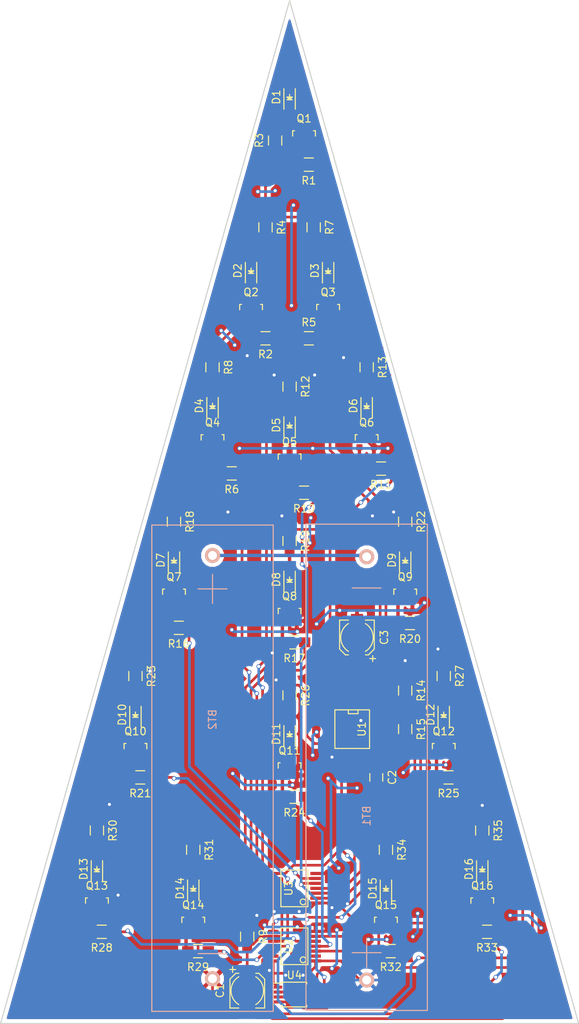
<source format=kicad_pcb>
(kicad_pcb (version 4) (host pcbnew 4.0.2-stable)
  (layers (0 F.Cu signal) (31 B.Cu signal) (34 B.Paste user) (35 F.Paste user) (36 B.SilkS user) (37 F.SilkS user) (38 B.Mask user) (39 F.Mask user) (44 Edge.Cuts user))
  (net 0 "")
  (net 1 /RESET)
  (net 2 GND)
  (net 3 "Net-(C2-Pad1)")
  (net 4 "Net-(C3-Pad1)")
  (net 5 "Net-(D1-Pad2)")
  (net 6 "Net-(D1-Pad1)")
  (net 7 "Net-(D2-Pad2)")
  (net 8 "Net-(D2-Pad1)")
  (net 9 "Net-(D3-Pad2)")
  (net 10 "Net-(D3-Pad1)")
  (net 11 "Net-(D4-Pad2)")
  (net 12 "Net-(D4-Pad1)")
  (net 13 "Net-(D5-Pad2)")
  (net 14 "Net-(D5-Pad1)")
  (net 15 "Net-(D6-Pad2)")
  (net 16 "Net-(D6-Pad1)")
  (net 17 "Net-(D7-Pad2)")
  (net 18 "Net-(D7-Pad1)")
  (net 19 "Net-(D8-Pad2)")
  (net 20 "Net-(D8-Pad1)")
  (net 21 "Net-(D9-Pad2)")
  (net 22 "Net-(D9-Pad1)")
  (net 23 "Net-(D10-Pad2)")
  (net 24 "Net-(D10-Pad1)")
  (net 25 "Net-(D11-Pad2)")
  (net 26 "Net-(D11-Pad1)")
  (net 27 "Net-(D12-Pad2)")
  (net 28 "Net-(D12-Pad1)")
  (net 29 "Net-(D13-Pad2)")
  (net 30 "Net-(D13-Pad1)")
  (net 31 "Net-(D14-Pad2)")
  (net 32 "Net-(D14-Pad1)")
  (net 33 "Net-(D15-Pad2)")
  (net 34 "Net-(D15-Pad1)")
  (net 35 "Net-(D16-Pad2)")
  (net 36 "Net-(D16-Pad1)")
  (net 37 "Net-(Q1-Pad1)")
  (net 38 "Net-(Q2-Pad1)")
  (net 39 "Net-(Q3-Pad1)")
  (net 40 "Net-(Q4-Pad1)")
  (net 41 "Net-(Q5-Pad1)")
  (net 42 "Net-(Q6-Pad1)")
  (net 43 "Net-(Q7-Pad1)")
  (net 44 "Net-(Q8-Pad1)")
  (net 45 "Net-(Q9-Pad1)")
  (net 46 "Net-(Q10-Pad1)")
  (net 47 "Net-(Q11-Pad1)")
  (net 48 "Net-(Q12-Pad1)")
  (net 49 "Net-(Q13-Pad1)")
  (net 50 "Net-(Q14-Pad1)")
  (net 51 "Net-(Q15-Pad1)")
  (net 52 "Net-(Q16-Pad1)")
  (net 53 /L9)
  (net 54 /L13)
  (net 55 /Vcc)
  (net 56 /L10)
  (net 57 /L14)
  (net 58 /L11)
  (net 59 /L15)
  (net 60 "Net-(R14-Pad2)")
  (net 61 /L12)
  (net 62 /L16)
  (net 63 /L1)
  (net 64 /L5)
  (net 65 /L2)
  (net 66 /L6)
  (net 67 /L3)
  (net 68 /L7)
  (net 69 /L4)
  (net 70 /L8)
  (net 71 /CLK)
  (net 72 /FB)
  (net 73 "Net-(U4-Pad6)")
  (net 74 "Net-(BT1-Pad2)")
  (module Capacitors_SMD:c_elec_4x4.5 (layer F.Cu) (at 78.232 163.322 270)
    (fp_text reference C1 (at 0 3.5814 450) (layer F.SilkS))
    (fp_text value 47uF)
    (fp_text user + (at -2.7813 1.9939 450) (layer F.SilkS))
    (pad 1 smd rect (at -1.8 0 90) (size 2.6 1.6) (layers F.Cu F.Paste F.Mask) (net 1 /RESET))
    (pad 2 smd rect (at 1.8 0 90) (size 2.6 1.6) (layers F.Cu F.Paste F.Mask) (net 2 GND))
  )
  (module Capacitors_SMD:C_0805_HandSoldering (layer F.Cu) (at 95.25 135.255 270)
    (fp_text reference C2 (at 0 -2.1 270) (layer F.SilkS))
    (fp_text value 10nF)
    (pad 1 smd rect (at -1.25 0 270) (size 1.5 1.25) (layers F.Cu F.Paste F.Mask) (net 3 "Net-(C2-Pad1)"))
    (pad 2 smd rect (at 1.25 0 270) (size 1.5 1.25) (layers F.Cu F.Paste F.Mask) (net 2 GND))
  )
  (module Capacitors_SMD:c_elec_4x4.5 (layer F.Cu) (at 92.71 116.84 90)
    (fp_text reference C3 (at 0 3.5814 270) (layer F.SilkS))
    (fp_text value 47uF)
    (fp_text user + (at -2.7813 1.9939 270) (layer F.SilkS))
    (pad 1 smd rect (at -1.8 0 270) (size 2.6 1.6) (layers F.Cu F.Paste F.Mask) (net 4 "Net-(C3-Pad1)"))
    (pad 2 smd rect (at 1.8 0 270) (size 2.6 1.6) (layers F.Cu F.Paste F.Mask) (net 2 GND))
  )
  (module LEDs:LED_0805 (layer F.Cu) (at 83.82 45.72 90)
    (fp_text reference D1 (at 0 -1.75 90) (layer F.SilkS))
    (fp_text value Led_Small)
    (pad 2 smd rect (at 1.04902 0 270) (size 1.19888 1.19888) (layers F.Cu F.Paste F.Mask) (net 5 "Net-(D1-Pad2)"))
    (pad 1 smd rect (at -1.04902 0 270) (size 1.19888 1.19888) (layers F.Cu F.Paste F.Mask) (net 6 "Net-(D1-Pad1)"))
  )
  (module LEDs:LED_0805 (layer F.Cu) (at 78.74 68.58 90)
    (fp_text reference D2 (at 0 -1.75 90) (layer F.SilkS))
    (fp_text value Led_Small)
    (pad 2 smd rect (at 1.04902 0 270) (size 1.19888 1.19888) (layers F.Cu F.Paste F.Mask) (net 7 "Net-(D2-Pad2)"))
    (pad 1 smd rect (at -1.04902 0 270) (size 1.19888 1.19888) (layers F.Cu F.Paste F.Mask) (net 8 "Net-(D2-Pad1)"))
  )
  (module LEDs:LED_0805 (layer F.Cu) (at 88.9 68.58 90)
    (fp_text reference D3 (at 0 -1.75 90) (layer F.SilkS))
    (fp_text value Led_Small)
    (pad 2 smd rect (at 1.04902 0 270) (size 1.19888 1.19888) (layers F.Cu F.Paste F.Mask) (net 9 "Net-(D3-Pad2)"))
    (pad 1 smd rect (at -1.04902 0 270) (size 1.19888 1.19888) (layers F.Cu F.Paste F.Mask) (net 10 "Net-(D3-Pad1)"))
  )
  (module LEDs:LED_0805 (layer F.Cu) (at 73.66 86.36 90)
    (fp_text reference D4 (at 0 -1.75 90) (layer F.SilkS))
    (fp_text value Led_Small)
    (pad 2 smd rect (at 1.04902 0 270) (size 1.19888 1.19888) (layers F.Cu F.Paste F.Mask) (net 11 "Net-(D4-Pad2)"))
    (pad 1 smd rect (at -1.04902 0 270) (size 1.19888 1.19888) (layers F.Cu F.Paste F.Mask) (net 12 "Net-(D4-Pad1)"))
  )
  (module LEDs:LED_0805 (layer F.Cu) (at 83.82 88.9 90)
    (fp_text reference D5 (at 0 -1.75 90) (layer F.SilkS))
    (fp_text value Led_Small)
    (pad 2 smd rect (at 1.04902 0 270) (size 1.19888 1.19888) (layers F.Cu F.Paste F.Mask) (net 13 "Net-(D5-Pad2)"))
    (pad 1 smd rect (at -1.04902 0 270) (size 1.19888 1.19888) (layers F.Cu F.Paste F.Mask) (net 14 "Net-(D5-Pad1)"))
  )
  (module LEDs:LED_0805 (layer F.Cu) (at 93.98 86.36 90)
    (fp_text reference D6 (at 0 -1.75 90) (layer F.SilkS))
    (fp_text value Led_Small)
    (pad 2 smd rect (at 1.04902 0 270) (size 1.19888 1.19888) (layers F.Cu F.Paste F.Mask) (net 15 "Net-(D6-Pad2)"))
    (pad 1 smd rect (at -1.04902 0 270) (size 1.19888 1.19888) (layers F.Cu F.Paste F.Mask) (net 16 "Net-(D6-Pad1)"))
  )
  (module LEDs:LED_0805 (layer F.Cu) (at 68.58 106.68 90)
    (fp_text reference D7 (at 0 -1.75 90) (layer F.SilkS))
    (fp_text value Led_Small)
    (pad 2 smd rect (at 1.04902 0 270) (size 1.19888 1.19888) (layers F.Cu F.Paste F.Mask) (net 17 "Net-(D7-Pad2)"))
    (pad 1 smd rect (at -1.04902 0 270) (size 1.19888 1.19888) (layers F.Cu F.Paste F.Mask) (net 18 "Net-(D7-Pad1)"))
  )
  (module LEDs:LED_0805 (layer F.Cu) (at 83.82 109.22 90)
    (fp_text reference D8 (at 0 -1.75 90) (layer F.SilkS))
    (fp_text value Led_Small)
    (pad 2 smd rect (at 1.04902 0 270) (size 1.19888 1.19888) (layers F.Cu F.Paste F.Mask) (net 19 "Net-(D8-Pad2)"))
    (pad 1 smd rect (at -1.04902 0 270) (size 1.19888 1.19888) (layers F.Cu F.Paste F.Mask) (net 20 "Net-(D8-Pad1)"))
  )
  (module LEDs:LED_0805 (layer F.Cu) (at 99.06 106.68 90)
    (fp_text reference D9 (at 0 -1.75 90) (layer F.SilkS))
    (fp_text value Led_Small)
    (pad 2 smd rect (at 1.04902 0 270) (size 1.19888 1.19888) (layers F.Cu F.Paste F.Mask) (net 21 "Net-(D9-Pad2)"))
    (pad 1 smd rect (at -1.04902 0 270) (size 1.19888 1.19888) (layers F.Cu F.Paste F.Mask) (net 22 "Net-(D9-Pad1)"))
  )
  (module LEDs:LED_0805 (layer F.Cu) (at 63.5 127 90)
    (fp_text reference D10 (at 0 -1.75 90) (layer F.SilkS))
    (fp_text value Led_Small)
    (pad 2 smd rect (at 1.04902 0 270) (size 1.19888 1.19888) (layers F.Cu F.Paste F.Mask) (net 23 "Net-(D10-Pad2)"))
    (pad 1 smd rect (at -1.04902 0 270) (size 1.19888 1.19888) (layers F.Cu F.Paste F.Mask) (net 24 "Net-(D10-Pad1)"))
  )
  (module LEDs:LED_0805 (layer F.Cu) (at 83.82 129.54 90)
    (fp_text reference D11 (at 0 -1.75 90) (layer F.SilkS))
    (fp_text value Led_Small)
    (pad 2 smd rect (at 1.04902 0 270) (size 1.19888 1.19888) (layers F.Cu F.Paste F.Mask) (net 25 "Net-(D11-Pad2)"))
    (pad 1 smd rect (at -1.04902 0 270) (size 1.19888 1.19888) (layers F.Cu F.Paste F.Mask) (net 26 "Net-(D11-Pad1)"))
  )
  (module LEDs:LED_0805 (layer F.Cu) (at 104.14 127 90)
    (fp_text reference D12 (at 0 -1.75 90) (layer F.SilkS))
    (fp_text value Led_Small)
    (pad 2 smd rect (at 1.04902 0 270) (size 1.19888 1.19888) (layers F.Cu F.Paste F.Mask) (net 27 "Net-(D12-Pad2)"))
    (pad 1 smd rect (at -1.04902 0 270) (size 1.19888 1.19888) (layers F.Cu F.Paste F.Mask) (net 28 "Net-(D12-Pad1)"))
  )
  (module LEDs:LED_0805 (layer F.Cu) (at 58.42 147.32 90)
    (fp_text reference D13 (at 0 -1.75 90) (layer F.SilkS))
    (fp_text value Led_Small)
    (pad 2 smd rect (at 1.04902 0 270) (size 1.19888 1.19888) (layers F.Cu F.Paste F.Mask) (net 29 "Net-(D13-Pad2)"))
    (pad 1 smd rect (at -1.04902 0 270) (size 1.19888 1.19888) (layers F.Cu F.Paste F.Mask) (net 30 "Net-(D13-Pad1)"))
  )
  (module LEDs:LED_0805 (layer F.Cu) (at 71.12 149.86 90)
    (fp_text reference D14 (at 0 -1.75 90) (layer F.SilkS))
    (fp_text value Led_Small)
    (pad 2 smd rect (at 1.04902 0 270) (size 1.19888 1.19888) (layers F.Cu F.Paste F.Mask) (net 31 "Net-(D14-Pad2)"))
    (pad 1 smd rect (at -1.04902 0 270) (size 1.19888 1.19888) (layers F.Cu F.Paste F.Mask) (net 32 "Net-(D14-Pad1)"))
  )
  (module LEDs:LED_0805 (layer F.Cu) (at 96.52 149.86 90)
    (fp_text reference D15 (at 0 -1.75 90) (layer F.SilkS))
    (fp_text value Led_Small)
    (pad 2 smd rect (at 1.04902 0 270) (size 1.19888 1.19888) (layers F.Cu F.Paste F.Mask) (net 33 "Net-(D15-Pad2)"))
    (pad 1 smd rect (at -1.04902 0 270) (size 1.19888 1.19888) (layers F.Cu F.Paste F.Mask) (net 34 "Net-(D15-Pad1)"))
  )
  (module LEDs:LED_0805 (layer F.Cu) (at 109.22 147.32 90)
    (fp_text reference D16 (at 0 -1.75 90) (layer F.SilkS))
    (fp_text value Led_Small)
    (pad 2 smd rect (at 1.04902 0 270) (size 1.19888 1.19888) (layers F.Cu F.Paste F.Mask) (net 35 "Net-(D16-Pad2)"))
    (pad 1 smd rect (at -1.04902 0 270) (size 1.19888 1.19888) (layers F.Cu F.Paste F.Mask) (net 36 "Net-(D16-Pad1)"))
  )
  (module TO_SOT_Packages_SMD:SOT-23 (layer F.Cu) (at 85.725 50.8)
    (fp_text reference Q1 (at 0 -2.25) (layer F.SilkS))
    (fp_text value Q_NPN_BEC)
    (pad 1 smd rect (at -0.95 1.00076) (size 0.8001 0.8001) (layers F.Cu F.Paste F.Mask) (net 37 "Net-(Q1-Pad1)"))
    (pad 2 smd rect (at 0.95 1.00076) (size 0.8001 0.8001) (layers F.Cu F.Paste F.Mask) (net 2 GND))
    (pad 3 smd rect (at 0 -0.99822) (size 0.8001 0.8001) (layers F.Cu F.Paste F.Mask) (net 6 "Net-(D1-Pad1)"))
  )
  (module TO_SOT_Packages_SMD:SOT-23 (layer F.Cu) (at 78.74 73.66)
    (fp_text reference Q2 (at 0 -2.25) (layer F.SilkS))
    (fp_text value Q_NPN_BEC)
    (pad 1 smd rect (at -0.95 1.00076) (size 0.8001 0.8001) (layers F.Cu F.Paste F.Mask) (net 38 "Net-(Q2-Pad1)"))
    (pad 2 smd rect (at 0.95 1.00076) (size 0.8001 0.8001) (layers F.Cu F.Paste F.Mask) (net 2 GND))
    (pad 3 smd rect (at 0 -0.99822) (size 0.8001 0.8001) (layers F.Cu F.Paste F.Mask) (net 8 "Net-(D2-Pad1)"))
  )
  (module TO_SOT_Packages_SMD:SOT-23 (layer F.Cu) (at 88.9 73.66)
    (fp_text reference Q3 (at 0 -2.25) (layer F.SilkS))
    (fp_text value Q_NPN_BEC)
    (pad 1 smd rect (at -0.95 1.00076) (size 0.8001 0.8001) (layers F.Cu F.Paste F.Mask) (net 39 "Net-(Q3-Pad1)"))
    (pad 2 smd rect (at 0.95 1.00076) (size 0.8001 0.8001) (layers F.Cu F.Paste F.Mask) (net 2 GND))
    (pad 3 smd rect (at 0 -0.99822) (size 0.8001 0.8001) (layers F.Cu F.Paste F.Mask) (net 10 "Net-(D3-Pad1)"))
  )
  (module TO_SOT_Packages_SMD:SOT-23 (layer F.Cu) (at 73.66 90.805)
    (fp_text reference Q4 (at 0 -2.25) (layer F.SilkS))
    (fp_text value Q_NPN_BEC)
    (pad 1 smd rect (at -0.95 1.00076) (size 0.8001 0.8001) (layers F.Cu F.Paste F.Mask) (net 40 "Net-(Q4-Pad1)"))
    (pad 2 smd rect (at 0.95 1.00076) (size 0.8001 0.8001) (layers F.Cu F.Paste F.Mask) (net 2 GND))
    (pad 3 smd rect (at 0 -0.99822) (size 0.8001 0.8001) (layers F.Cu F.Paste F.Mask) (net 12 "Net-(D4-Pad1)"))
  )
  (module TO_SOT_Packages_SMD:SOT-23 (layer F.Cu) (at 83.82 93.345)
    (fp_text reference Q5 (at 0 -2.25) (layer F.SilkS))
    (fp_text value Q_NPN_BEC)
    (pad 1 smd rect (at -0.95 1.00076) (size 0.8001 0.8001) (layers F.Cu F.Paste F.Mask) (net 41 "Net-(Q5-Pad1)"))
    (pad 2 smd rect (at 0.95 1.00076) (size 0.8001 0.8001) (layers F.Cu F.Paste F.Mask) (net 2 GND))
    (pad 3 smd rect (at 0 -0.99822) (size 0.8001 0.8001) (layers F.Cu F.Paste F.Mask) (net 14 "Net-(D5-Pad1)"))
  )
  (module TO_SOT_Packages_SMD:SOT-23 (layer F.Cu) (at 93.98 90.805)
    (fp_text reference Q6 (at 0 -2.25) (layer F.SilkS))
    (fp_text value Q_NPN_BEC)
    (pad 1 smd rect (at -0.95 1.00076) (size 0.8001 0.8001) (layers F.Cu F.Paste F.Mask) (net 42 "Net-(Q6-Pad1)"))
    (pad 2 smd rect (at 0.95 1.00076) (size 0.8001 0.8001) (layers F.Cu F.Paste F.Mask) (net 2 GND))
    (pad 3 smd rect (at 0 -0.99822) (size 0.8001 0.8001) (layers F.Cu F.Paste F.Mask) (net 16 "Net-(D6-Pad1)"))
  )
  (module TO_SOT_Packages_SMD:SOT-23 (layer F.Cu) (at 68.58 111.125)
    (fp_text reference Q7 (at 0 -2.25) (layer F.SilkS))
    (fp_text value Q_NPN_BEC)
    (pad 1 smd rect (at -0.95 1.00076) (size 0.8001 0.8001) (layers F.Cu F.Paste F.Mask) (net 43 "Net-(Q7-Pad1)"))
    (pad 2 smd rect (at 0.95 1.00076) (size 0.8001 0.8001) (layers F.Cu F.Paste F.Mask) (net 2 GND))
    (pad 3 smd rect (at 0 -0.99822) (size 0.8001 0.8001) (layers F.Cu F.Paste F.Mask) (net 18 "Net-(D7-Pad1)"))
  )
  (module TO_SOT_Packages_SMD:SOT-23 (layer F.Cu) (at 83.82 113.665)
    (fp_text reference Q8 (at 0 -2.25) (layer F.SilkS))
    (fp_text value Q_NPN_BEC)
    (pad 1 smd rect (at -0.95 1.00076) (size 0.8001 0.8001) (layers F.Cu F.Paste F.Mask) (net 44 "Net-(Q8-Pad1)"))
    (pad 2 smd rect (at 0.95 1.00076) (size 0.8001 0.8001) (layers F.Cu F.Paste F.Mask) (net 2 GND))
    (pad 3 smd rect (at 0 -0.99822) (size 0.8001 0.8001) (layers F.Cu F.Paste F.Mask) (net 20 "Net-(D8-Pad1)"))
  )
  (module TO_SOT_Packages_SMD:SOT-23 (layer F.Cu) (at 99.06 111.125)
    (fp_text reference Q9 (at 0 -2.25) (layer F.SilkS))
    (fp_text value Q_NPN_BEC)
    (pad 1 smd rect (at -0.95 1.00076) (size 0.8001 0.8001) (layers F.Cu F.Paste F.Mask) (net 45 "Net-(Q9-Pad1)"))
    (pad 2 smd rect (at 0.95 1.00076) (size 0.8001 0.8001) (layers F.Cu F.Paste F.Mask) (net 2 GND))
    (pad 3 smd rect (at 0 -0.99822) (size 0.8001 0.8001) (layers F.Cu F.Paste F.Mask) (net 22 "Net-(D9-Pad1)"))
  )
  (module TO_SOT_Packages_SMD:SOT-23 (layer F.Cu) (at 63.5 131.445)
    (fp_text reference Q10 (at 0 -2.25) (layer F.SilkS))
    (fp_text value Q_NPN_BEC)
    (pad 1 smd rect (at -0.95 1.00076) (size 0.8001 0.8001) (layers F.Cu F.Paste F.Mask) (net 46 "Net-(Q10-Pad1)"))
    (pad 2 smd rect (at 0.95 1.00076) (size 0.8001 0.8001) (layers F.Cu F.Paste F.Mask) (net 2 GND))
    (pad 3 smd rect (at 0 -0.99822) (size 0.8001 0.8001) (layers F.Cu F.Paste F.Mask) (net 24 "Net-(D10-Pad1)"))
  )
  (module TO_SOT_Packages_SMD:SOT-23 (layer F.Cu) (at 83.82 133.985)
    (fp_text reference Q11 (at 0 -2.25) (layer F.SilkS))
    (fp_text value Q_NPN_BEC)
    (pad 1 smd rect (at -0.95 1.00076) (size 0.8001 0.8001) (layers F.Cu F.Paste F.Mask) (net 47 "Net-(Q11-Pad1)"))
    (pad 2 smd rect (at 0.95 1.00076) (size 0.8001 0.8001) (layers F.Cu F.Paste F.Mask) (net 2 GND))
    (pad 3 smd rect (at 0 -0.99822) (size 0.8001 0.8001) (layers F.Cu F.Paste F.Mask) (net 26 "Net-(D11-Pad1)"))
  )
  (module TO_SOT_Packages_SMD:SOT-23 (layer F.Cu) (at 104.14 131.445)
    (fp_text reference Q12 (at 0 -2.25) (layer F.SilkS))
    (fp_text value Q_NPN_BEC)
    (pad 1 smd rect (at -0.95 1.00076) (size 0.8001 0.8001) (layers F.Cu F.Paste F.Mask) (net 48 "Net-(Q12-Pad1)"))
    (pad 2 smd rect (at 0.95 1.00076) (size 0.8001 0.8001) (layers F.Cu F.Paste F.Mask) (net 2 GND))
    (pad 3 smd rect (at 0 -0.99822) (size 0.8001 0.8001) (layers F.Cu F.Paste F.Mask) (net 28 "Net-(D12-Pad1)"))
  )
  (module TO_SOT_Packages_SMD:SOT-23 (layer F.Cu) (at 58.42 151.765)
    (fp_text reference Q13 (at 0 -2.25) (layer F.SilkS))
    (fp_text value Q_NPN_BEC)
    (pad 1 smd rect (at -0.95 1.00076) (size 0.8001 0.8001) (layers F.Cu F.Paste F.Mask) (net 49 "Net-(Q13-Pad1)"))
    (pad 2 smd rect (at 0.95 1.00076) (size 0.8001 0.8001) (layers F.Cu F.Paste F.Mask) (net 2 GND))
    (pad 3 smd rect (at 0 -0.99822) (size 0.8001 0.8001) (layers F.Cu F.Paste F.Mask) (net 30 "Net-(D13-Pad1)"))
  )
  (module TO_SOT_Packages_SMD:SOT-23 (layer F.Cu) (at 71.12 154.305)
    (fp_text reference Q14 (at 0 -2.25) (layer F.SilkS))
    (fp_text value Q_NPN_BEC)
    (pad 1 smd rect (at -0.95 1.00076) (size 0.8001 0.8001) (layers F.Cu F.Paste F.Mask) (net 50 "Net-(Q14-Pad1)"))
    (pad 2 smd rect (at 0.95 1.00076) (size 0.8001 0.8001) (layers F.Cu F.Paste F.Mask) (net 2 GND))
    (pad 3 smd rect (at 0 -0.99822) (size 0.8001 0.8001) (layers F.Cu F.Paste F.Mask) (net 32 "Net-(D14-Pad1)"))
  )
  (module TO_SOT_Packages_SMD:SOT-23 (layer F.Cu) (at 96.52 154.305)
    (fp_text reference Q15 (at 0 -2.25) (layer F.SilkS))
    (fp_text value Q_NPN_BEC)
    (pad 1 smd rect (at -0.95 1.00076) (size 0.8001 0.8001) (layers F.Cu F.Paste F.Mask) (net 51 "Net-(Q15-Pad1)"))
    (pad 2 smd rect (at 0.95 1.00076) (size 0.8001 0.8001) (layers F.Cu F.Paste F.Mask) (net 2 GND))
    (pad 3 smd rect (at 0 -0.99822) (size 0.8001 0.8001) (layers F.Cu F.Paste F.Mask) (net 34 "Net-(D15-Pad1)"))
  )
  (module TO_SOT_Packages_SMD:SOT-23 (layer F.Cu) (at 109.22 151.765)
    (fp_text reference Q16 (at 0 -2.25) (layer F.SilkS))
    (fp_text value Q_NPN_BEC)
    (pad 1 smd rect (at -0.95 1.00076) (size 0.8001 0.8001) (layers F.Cu F.Paste F.Mask) (net 52 "Net-(Q16-Pad1)"))
    (pad 2 smd rect (at 0.95 1.00076) (size 0.8001 0.8001) (layers F.Cu F.Paste F.Mask) (net 2 GND))
    (pad 3 smd rect (at 0 -0.99822) (size 0.8001 0.8001) (layers F.Cu F.Paste F.Mask) (net 36 "Net-(D16-Pad1)"))
  )
  (module Resistors_SMD:R_0805_HandSoldering (layer F.Cu) (at 86.36 54.61 180)
    (fp_text reference R1 (at 0 -2.1 180) (layer F.SilkS))
    (fp_text value 10K)
    (pad 1 smd rect (at -1.35 0 180) (size 1.5 1.3) (layers F.Cu F.Paste F.Mask) (net 53 /L9))
    (pad 2 smd rect (at 1.35 0 180) (size 1.5 1.3) (layers F.Cu F.Paste F.Mask) (net 37 "Net-(Q1-Pad1)"))
  )
  (module Resistors_SMD:R_0805_HandSoldering (layer F.Cu) (at 80.645 77.47 180)
    (fp_text reference R2 (at 0 -2.1 180) (layer F.SilkS))
    (fp_text value 10K)
    (pad 1 smd rect (at -1.35 0 180) (size 1.5 1.3) (layers F.Cu F.Paste F.Mask) (net 54 /L13))
    (pad 2 smd rect (at 1.35 0 180) (size 1.5 1.3) (layers F.Cu F.Paste F.Mask) (net 38 "Net-(Q2-Pad1)"))
  )
  (module Resistors_SMD:R_0805_HandSoldering (layer F.Cu) (at 81.915 51.435 90)
    (fp_text reference R3 (at 0 -2.1 90) (layer F.SilkS))
    (fp_text value 600)
    (pad 1 smd rect (at -1.35 0 90) (size 1.5 1.3) (layers F.Cu F.Paste F.Mask) (net 55 /Vcc))
    (pad 2 smd rect (at 1.35 0 90) (size 1.5 1.3) (layers F.Cu F.Paste F.Mask) (net 5 "Net-(D1-Pad2)"))
  )
  (module Resistors_SMD:R_0805_HandSoldering (layer F.Cu) (at 80.645 62.865 270)
    (fp_text reference R4 (at 0 -2.1 270) (layer F.SilkS))
    (fp_text value 600)
    (pad 1 smd rect (at -1.35 0 270) (size 1.5 1.3) (layers F.Cu F.Paste F.Mask) (net 55 /Vcc))
    (pad 2 smd rect (at 1.35 0 270) (size 1.5 1.3) (layers F.Cu F.Paste F.Mask) (net 7 "Net-(D2-Pad2)"))
  )
  (module Resistors_SMD:R_0805_HandSoldering (layer F.Cu) (at 86.36 77.47)
    (fp_text reference R5 (at 0 -2.1) (layer F.SilkS))
    (fp_text value 10K)
    (pad 1 smd rect (at -1.35 0) (size 1.5 1.3) (layers F.Cu F.Paste F.Mask) (net 56 /L10))
    (pad 2 smd rect (at 1.35 0) (size 1.5 1.3) (layers F.Cu F.Paste F.Mask) (net 39 "Net-(Q3-Pad1)"))
  )
  (module Resistors_SMD:R_0805_HandSoldering (layer F.Cu) (at 76.2 95.25 180)
    (fp_text reference R6 (at 0 -2.1 180) (layer F.SilkS))
    (fp_text value 10K)
    (pad 1 smd rect (at -1.35 0 180) (size 1.5 1.3) (layers F.Cu F.Paste F.Mask) (net 57 /L14))
    (pad 2 smd rect (at 1.35 0 180) (size 1.5 1.3) (layers F.Cu F.Paste F.Mask) (net 40 "Net-(Q4-Pad1)"))
  )
  (module Resistors_SMD:R_0805_HandSoldering (layer F.Cu) (at 86.995 62.865 270)
    (fp_text reference R7 (at 0 -2.1 270) (layer F.SilkS))
    (fp_text value 600)
    (pad 1 smd rect (at -1.35 0 270) (size 1.5 1.3) (layers F.Cu F.Paste F.Mask) (net 55 /Vcc))
    (pad 2 smd rect (at 1.35 0 270) (size 1.5 1.3) (layers F.Cu F.Paste F.Mask) (net 9 "Net-(D3-Pad2)"))
  )
  (module Resistors_SMD:R_0805_HandSoldering (layer F.Cu) (at 73.66 81.28 270)
    (fp_text reference R8 (at 0 -2.1 270) (layer F.SilkS))
    (fp_text value 600)
    (pad 1 smd rect (at -1.35 0 270) (size 1.5 1.3) (layers F.Cu F.Paste F.Mask) (net 55 /Vcc))
    (pad 2 smd rect (at 1.35 0 270) (size 1.5 1.3) (layers F.Cu F.Paste F.Mask) (net 11 "Net-(D4-Pad2)"))
  )
  (module Resistors_SMD:R_0805_HandSoldering (layer F.Cu) (at 78.232 156.21 270)
    (fp_text reference R9 (at 0 -2.1 270) (layer F.SilkS))
    (fp_text value 10K)
    (pad 1 smd rect (at -1.35 0 270) (size 1.5 1.3) (layers F.Cu F.Paste F.Mask) (net 55 /Vcc))
    (pad 2 smd rect (at 1.35 0 270) (size 1.5 1.3) (layers F.Cu F.Paste F.Mask) (net 1 /RESET))
  )
  (module Resistors_SMD:R_0805_HandSoldering (layer F.Cu) (at 85.725 97.79 180)
    (fp_text reference R10 (at 0 -2.1 180) (layer F.SilkS))
    (fp_text value 10K)
    (pad 1 smd rect (at -1.35 0 180) (size 1.5 1.3) (layers F.Cu F.Paste F.Mask) (net 58 /L11))
    (pad 2 smd rect (at 1.35 0 180) (size 1.5 1.3) (layers F.Cu F.Paste F.Mask) (net 41 "Net-(Q5-Pad1)"))
  )
  (module Resistors_SMD:R_0805_HandSoldering (layer F.Cu) (at 95.885 94.615 180)
    (fp_text reference R11 (at 0 -2.1 180) (layer F.SilkS))
    (fp_text value 10K)
    (pad 1 smd rect (at -1.35 0 180) (size 1.5 1.3) (layers F.Cu F.Paste F.Mask) (net 59 /L15))
    (pad 2 smd rect (at 1.35 0 180) (size 1.5 1.3) (layers F.Cu F.Paste F.Mask) (net 42 "Net-(Q6-Pad1)"))
  )
  (module Resistors_SMD:R_0805_HandSoldering (layer F.Cu) (at 83.82 83.82 270)
    (fp_text reference R12 (at 0 -2.1 270) (layer F.SilkS))
    (fp_text value 600)
    (pad 1 smd rect (at -1.35 0 270) (size 1.5 1.3) (layers F.Cu F.Paste F.Mask) (net 55 /Vcc))
    (pad 2 smd rect (at 1.35 0 270) (size 1.5 1.3) (layers F.Cu F.Paste F.Mask) (net 13 "Net-(D5-Pad2)"))
  )
  (module Resistors_SMD:R_0805_HandSoldering (layer F.Cu) (at 93.98 81.28 270)
    (fp_text reference R13 (at 0 -2.1 270) (layer F.SilkS))
    (fp_text value 600)
    (pad 1 smd rect (at -1.35 0 270) (size 1.5 1.3) (layers F.Cu F.Paste F.Mask) (net 55 /Vcc))
    (pad 2 smd rect (at 1.35 0 270) (size 1.5 1.3) (layers F.Cu F.Paste F.Mask) (net 15 "Net-(D6-Pad2)"))
  )
  (module Resistors_SMD:R_0805_HandSoldering (layer F.Cu) (at 99.06 123.825 270)
    (fp_text reference R14 (at 0 -2.1 270) (layer F.SilkS))
    (fp_text value 10K)
    (pad 1 smd rect (at -1.35 0 270) (size 1.5 1.3) (layers F.Cu F.Paste F.Mask) (net 55 /Vcc))
    (pad 2 smd rect (at 1.35 0 270) (size 1.5 1.3) (layers F.Cu F.Paste F.Mask) (net 60 "Net-(R14-Pad2)"))
  )
  (module Resistors_SMD:R_0805_HandSoldering (layer F.Cu) (at 99.06 128.905 270)
    (fp_text reference R15 (at 0 -2.1 270) (layer F.SilkS))
    (fp_text value 10K)
    (pad 1 smd rect (at -1.35 0 270) (size 1.5 1.3) (layers F.Cu F.Paste F.Mask) (net 60 "Net-(R14-Pad2)"))
    (pad 2 smd rect (at 1.35 0 270) (size 1.5 1.3) (layers F.Cu F.Paste F.Mask) (net 4 "Net-(C3-Pad1)"))
  )
  (module Resistors_SMD:R_0805_HandSoldering (layer F.Cu) (at 69.215 115.57 180)
    (fp_text reference R16 (at 0 -2.1 180) (layer F.SilkS))
    (fp_text value 10K)
    (pad 1 smd rect (at -1.35 0 180) (size 1.5 1.3) (layers F.Cu F.Paste F.Mask) (net 61 /L12))
    (pad 2 smd rect (at 1.35 0 180) (size 1.5 1.3) (layers F.Cu F.Paste F.Mask) (net 43 "Net-(Q7-Pad1)"))
  )
  (module Resistors_SMD:R_0805_HandSoldering (layer F.Cu) (at 84.455 117.475 180)
    (fp_text reference R17 (at 0 -2.1 180) (layer F.SilkS))
    (fp_text value 10K)
    (pad 1 smd rect (at -1.35 0 180) (size 1.5 1.3) (layers F.Cu F.Paste F.Mask) (net 62 /L16))
    (pad 2 smd rect (at 1.35 0 180) (size 1.5 1.3) (layers F.Cu F.Paste F.Mask) (net 44 "Net-(Q8-Pad1)"))
  )
  (module Resistors_SMD:R_0805_HandSoldering (layer F.Cu) (at 68.58 101.6 270)
    (fp_text reference R18 (at 0 -2.1 270) (layer F.SilkS))
    (fp_text value 600)
    (pad 1 smd rect (at -1.35 0 270) (size 1.5 1.3) (layers F.Cu F.Paste F.Mask) (net 55 /Vcc))
    (pad 2 smd rect (at 1.35 0 270) (size 1.5 1.3) (layers F.Cu F.Paste F.Mask) (net 17 "Net-(D7-Pad2)"))
  )
  (module Resistors_SMD:R_0805_HandSoldering (layer F.Cu) (at 83.82 104.14 270)
    (fp_text reference R19 (at 0 -2.1 270) (layer F.SilkS))
    (fp_text value 600)
    (pad 1 smd rect (at -1.35 0 270) (size 1.5 1.3) (layers F.Cu F.Paste F.Mask) (net 55 /Vcc))
    (pad 2 smd rect (at 1.35 0 270) (size 1.5 1.3) (layers F.Cu F.Paste F.Mask) (net 19 "Net-(D8-Pad2)"))
  )
  (module Resistors_SMD:R_0805_HandSoldering (layer F.Cu) (at 99.695 114.935 180)
    (fp_text reference R20 (at 0 -2.1 180) (layer F.SilkS))
    (fp_text value 10K)
    (pad 1 smd rect (at -1.35 0 180) (size 1.5 1.3) (layers F.Cu F.Paste F.Mask) (net 63 /L1))
    (pad 2 smd rect (at 1.35 0 180) (size 1.5 1.3) (layers F.Cu F.Paste F.Mask) (net 45 "Net-(Q9-Pad1)"))
  )
  (module Resistors_SMD:R_0805_HandSoldering (layer F.Cu) (at 64.135 135.255 180)
    (fp_text reference R21 (at 0 -2.1 180) (layer F.SilkS))
    (fp_text value 10K)
    (pad 1 smd rect (at -1.35 0 180) (size 1.5 1.3) (layers F.Cu F.Paste F.Mask) (net 64 /L5))
    (pad 2 smd rect (at 1.35 0 180) (size 1.5 1.3) (layers F.Cu F.Paste F.Mask) (net 46 "Net-(Q10-Pad1)"))
  )
  (module Resistors_SMD:R_0805_HandSoldering (layer F.Cu) (at 99.06 101.6 270)
    (fp_text reference R22 (at 0 -2.1 270) (layer F.SilkS))
    (fp_text value 600)
    (pad 1 smd rect (at -1.35 0 270) (size 1.5 1.3) (layers F.Cu F.Paste F.Mask) (net 55 /Vcc))
    (pad 2 smd rect (at 1.35 0 270) (size 1.5 1.3) (layers F.Cu F.Paste F.Mask) (net 21 "Net-(D9-Pad2)"))
  )
  (module Resistors_SMD:R_0805_HandSoldering (layer F.Cu) (at 63.5 121.92 270)
    (fp_text reference R23 (at 0 -2.1 270) (layer F.SilkS))
    (fp_text value 600)
    (pad 1 smd rect (at -1.35 0 270) (size 1.5 1.3) (layers F.Cu F.Paste F.Mask) (net 55 /Vcc))
    (pad 2 smd rect (at 1.35 0 270) (size 1.5 1.3) (layers F.Cu F.Paste F.Mask) (net 23 "Net-(D10-Pad2)"))
  )
  (module Resistors_SMD:R_0805_HandSoldering (layer F.Cu) (at 84.455 137.795 180)
    (fp_text reference R24 (at 0 -2.1 180) (layer F.SilkS))
    (fp_text value 10K)
    (pad 1 smd rect (at -1.35 0 180) (size 1.5 1.3) (layers F.Cu F.Paste F.Mask) (net 65 /L2))
    (pad 2 smd rect (at 1.35 0 180) (size 1.5 1.3) (layers F.Cu F.Paste F.Mask) (net 47 "Net-(Q11-Pad1)"))
  )
  (module Resistors_SMD:R_0805_HandSoldering (layer F.Cu) (at 104.775 135.255 180)
    (fp_text reference R25 (at 0 -2.1 180) (layer F.SilkS))
    (fp_text value 10K)
    (pad 1 smd rect (at -1.35 0 180) (size 1.5 1.3) (layers F.Cu F.Paste F.Mask) (net 66 /L6))
    (pad 2 smd rect (at 1.35 0 180) (size 1.5 1.3) (layers F.Cu F.Paste F.Mask) (net 48 "Net-(Q12-Pad1)"))
  )
  (module Resistors_SMD:R_0805_HandSoldering (layer F.Cu) (at 83.82 124.46 270)
    (fp_text reference R26 (at 0 -2.1 270) (layer F.SilkS))
    (fp_text value 600)
    (pad 1 smd rect (at -1.35 0 270) (size 1.5 1.3) (layers F.Cu F.Paste F.Mask) (net 55 /Vcc))
    (pad 2 smd rect (at 1.35 0 270) (size 1.5 1.3) (layers F.Cu F.Paste F.Mask) (net 25 "Net-(D11-Pad2)"))
  )
  (module Resistors_SMD:R_0805_HandSoldering (layer F.Cu) (at 104.14 121.92 270)
    (fp_text reference R27 (at 0 -2.1 270) (layer F.SilkS))
    (fp_text value 600)
    (pad 1 smd rect (at -1.35 0 270) (size 1.5 1.3) (layers F.Cu F.Paste F.Mask) (net 55 /Vcc))
    (pad 2 smd rect (at 1.35 0 270) (size 1.5 1.3) (layers F.Cu F.Paste F.Mask) (net 27 "Net-(D12-Pad2)"))
  )
  (module Resistors_SMD:R_0805_HandSoldering (layer F.Cu) (at 59.055 155.575 180)
    (fp_text reference R28 (at 0 -2.1 180) (layer F.SilkS))
    (fp_text value 10K)
    (pad 1 smd rect (at -1.35 0 180) (size 1.5 1.3) (layers F.Cu F.Paste F.Mask) (net 67 /L3))
    (pad 2 smd rect (at 1.35 0 180) (size 1.5 1.3) (layers F.Cu F.Paste F.Mask) (net 49 "Net-(Q13-Pad1)"))
  )
  (module Resistors_SMD:R_0805_HandSoldering (layer F.Cu) (at 71.755 158.115 180)
    (fp_text reference R29 (at 0 -2.1 180) (layer F.SilkS))
    (fp_text value 10K)
    (pad 1 smd rect (at -1.35 0 180) (size 1.5 1.3) (layers F.Cu F.Paste F.Mask) (net 68 /L7))
    (pad 2 smd rect (at 1.35 0 180) (size 1.5 1.3) (layers F.Cu F.Paste F.Mask) (net 50 "Net-(Q14-Pad1)"))
  )
  (module Resistors_SMD:R_0805_HandSoldering (layer F.Cu) (at 58.42 142.24 270)
    (fp_text reference R30 (at 0 -2.1 270) (layer F.SilkS))
    (fp_text value 600)
    (pad 1 smd rect (at -1.35 0 270) (size 1.5 1.3) (layers F.Cu F.Paste F.Mask) (net 55 /Vcc))
    (pad 2 smd rect (at 1.35 0 270) (size 1.5 1.3) (layers F.Cu F.Paste F.Mask) (net 29 "Net-(D13-Pad2)"))
  )
  (module Resistors_SMD:R_0805_HandSoldering (layer F.Cu) (at 71.12 144.78 270)
    (fp_text reference R31 (at 0 -2.1 270) (layer F.SilkS))
    (fp_text value 600)
    (pad 1 smd rect (at -1.35 0 270) (size 1.5 1.3) (layers F.Cu F.Paste F.Mask) (net 55 /Vcc))
    (pad 2 smd rect (at 1.35 0 270) (size 1.5 1.3) (layers F.Cu F.Paste F.Mask) (net 31 "Net-(D14-Pad2)"))
  )
  (module Resistors_SMD:R_0805_HandSoldering (layer F.Cu) (at 97.155 158.115 180)
    (fp_text reference R32 (at 0 -2.1 180) (layer F.SilkS))
    (fp_text value 10K)
    (pad 1 smd rect (at -1.35 0 180) (size 1.5 1.3) (layers F.Cu F.Paste F.Mask) (net 69 /L4))
    (pad 2 smd rect (at 1.35 0 180) (size 1.5 1.3) (layers F.Cu F.Paste F.Mask) (net 51 "Net-(Q15-Pad1)"))
  )
  (module Resistors_SMD:R_0805_HandSoldering (layer F.Cu) (at 109.855 155.575 180)
    (fp_text reference R33 (at 0 -2.1 180) (layer F.SilkS))
    (fp_text value 10K)
    (pad 1 smd rect (at -1.35 0 180) (size 1.5 1.3) (layers F.Cu F.Paste F.Mask) (net 70 /L8))
    (pad 2 smd rect (at 1.35 0 180) (size 1.5 1.3) (layers F.Cu F.Paste F.Mask) (net 52 "Net-(Q16-Pad1)"))
  )
  (module Resistors_SMD:R_0805_HandSoldering (layer F.Cu) (at 96.52 144.78 270)
    (fp_text reference R34 (at 0 -2.1 270) (layer F.SilkS))
    (fp_text value 600)
    (pad 1 smd rect (at -1.35 0 270) (size 1.5 1.3) (layers F.Cu F.Paste F.Mask) (net 55 /Vcc))
    (pad 2 smd rect (at 1.35 0 270) (size 1.5 1.3) (layers F.Cu F.Paste F.Mask) (net 33 "Net-(D15-Pad2)"))
  )
  (module Resistors_SMD:R_0805_HandSoldering (layer F.Cu) (at 109.22 142.24 270)
    (fp_text reference R35 (at 0 -2.1 270) (layer F.SilkS))
    (fp_text value 600)
    (pad 1 smd rect (at -1.35 0 270) (size 1.5 1.3) (layers F.Cu F.Paste F.Mask) (net 55 /Vcc))
    (pad 2 smd rect (at 1.35 0 270) (size 1.5 1.3) (layers F.Cu F.Paste F.Mask) (net 35 "Net-(D16-Pad2)"))
  )
  (module SMD_Packages:SOIC-8-N (layer F.Cu) (at 92.075 128.905 270)
    (fp_text reference U1 (at 0 -1.27 270) (layer F.SilkS))
    (fp_text value 555)
    (pad 8 smd rect (at -1.905 -3.175 270) (size 0.508 1.143) (layers F.Cu F.Paste F.Mask) (net 55 /Vcc))
    (pad 7 smd rect (at -0.635 -3.175 270) (size 0.508 1.143) (layers F.Cu F.Paste F.Mask) (net 60 "Net-(R14-Pad2)"))
    (pad 6 smd rect (at 0.635 -3.175 270) (size 0.508 1.143) (layers F.Cu F.Paste F.Mask) (net 4 "Net-(C3-Pad1)"))
    (pad 5 smd rect (at 1.905 -3.175 270) (size 0.508 1.143) (layers F.Cu F.Paste F.Mask) (net 3 "Net-(C2-Pad1)"))
    (pad 4 smd rect (at 1.905 3.175 270) (size 0.508 1.143) (layers F.Cu F.Paste F.Mask) (net 55 /Vcc))
    (pad 3 smd rect (at 0.635 3.175 270) (size 0.508 1.143) (layers F.Cu F.Paste F.Mask) (net 71 /CLK))
    (pad 2 smd rect (at -0.635 3.175 270) (size 0.508 1.143) (layers F.Cu F.Paste F.Mask) (net 4 "Net-(C3-Pad1)"))
    (pad 1 smd rect (at -1.905 3.175 270) (size 0.508 1.143) (layers F.Cu F.Paste F.Mask) (net 2 GND))
  )
  (module SMD_Packages:SSOP-14 (layer F.Cu) (at 84.455 157.48 90)
    (fp_text reference U2 (at 0 -0.762 90) (layer F.SilkS))
    (fp_text value MC74HC164A)
    (pad 1 smd rect (at -1.9304 2.794 90) (size 0.4318 1.397) (layers F.Cu F.Paste F.Mask) (net 55 /Vcc))
    (pad 2 smd rect (at -1.2954 2.794 90) (size 0.4318 1.397) (layers F.Cu F.Paste F.Mask) (net 72 /FB))
    (pad 3 smd rect (at -0.635 2.794 90) (size 0.4318 1.397) (layers F.Cu F.Paste F.Mask) (net 63 /L1))
    (pad 4 smd rect (at 0 2.794 90) (size 0.4318 1.397) (layers F.Cu F.Paste F.Mask) (net 65 /L2))
    (pad 5 smd rect (at 0.6604 2.794 90) (size 0.4318 1.397) (layers F.Cu F.Paste F.Mask) (net 67 /L3))
    (pad 6 smd rect (at 1.3081 2.794 90) (size 0.4318 1.397) (layers F.Cu F.Paste F.Mask) (net 69 /L4))
    (pad 7 smd rect (at 1.9558 2.794 90) (size 0.4318 1.397) (layers F.Cu F.Paste F.Mask) (net 2 GND))
    (pad 8 smd rect (at 1.9558 -2.794 90) (size 0.4318 1.397) (layers F.Cu F.Paste F.Mask) (net 71 /CLK))
    (pad 9 smd rect (at 1.3081 -2.794 90) (size 0.4318 1.397) (layers F.Cu F.Paste F.Mask) (net 1 /RESET))
    (pad 10 smd rect (at 0.6604 -2.794 90) (size 0.4318 1.397) (layers F.Cu F.Paste F.Mask) (net 64 /L5))
    (pad 11 smd rect (at 0 -2.794 90) (size 0.4318 1.397) (layers F.Cu F.Paste F.Mask) (net 66 /L6))
    (pad 12 smd rect (at -0.6477 -2.794 90) (size 0.4318 1.397) (layers F.Cu F.Paste F.Mask) (net 68 /L7))
    (pad 13 smd rect (at -1.2954 -2.794 90) (size 0.4318 1.397) (layers F.Cu F.Paste F.Mask) (net 70 /L8))
    (pad 14 smd rect (at -1.9431 -2.794 90) (size 0.4318 1.397) (layers F.Cu F.Paste F.Mask) (net 55 /Vcc))
  )
  (module SMD_Packages:SSOP-14 (layer F.Cu) (at 84.455 149.86 90)
    (fp_text reference U3 (at 0 -0.762 90) (layer F.SilkS))
    (fp_text value MC74HC164A)
    (pad 1 smd rect (at -1.9304 2.794 90) (size 0.4318 1.397) (layers F.Cu F.Paste F.Mask) (net 55 /Vcc))
    (pad 2 smd rect (at -1.2954 2.794 90) (size 0.4318 1.397) (layers F.Cu F.Paste F.Mask) (net 70 /L8))
    (pad 3 smd rect (at -0.635 2.794 90) (size 0.4318 1.397) (layers F.Cu F.Paste F.Mask) (net 53 /L9))
    (pad 4 smd rect (at 0 2.794 90) (size 0.4318 1.397) (layers F.Cu F.Paste F.Mask) (net 56 /L10))
    (pad 5 smd rect (at 0.6604 2.794 90) (size 0.4318 1.397) (layers F.Cu F.Paste F.Mask) (net 58 /L11))
    (pad 6 smd rect (at 1.3081 2.794 90) (size 0.4318 1.397) (layers F.Cu F.Paste F.Mask) (net 61 /L12))
    (pad 7 smd rect (at 1.9558 2.794 90) (size 0.4318 1.397) (layers F.Cu F.Paste F.Mask) (net 2 GND))
    (pad 8 smd rect (at 1.9558 -2.794 90) (size 0.4318 1.397) (layers F.Cu F.Paste F.Mask) (net 71 /CLK))
    (pad 9 smd rect (at 1.3081 -2.794 90) (size 0.4318 1.397) (layers F.Cu F.Paste F.Mask) (net 1 /RESET))
    (pad 10 smd rect (at 0.6604 -2.794 90) (size 0.4318 1.397) (layers F.Cu F.Paste F.Mask) (net 54 /L13))
    (pad 11 smd rect (at 0 -2.794 90) (size 0.4318 1.397) (layers F.Cu F.Paste F.Mask) (net 57 /L14))
    (pad 12 smd rect (at -0.6477 -2.794 90) (size 0.4318 1.397) (layers F.Cu F.Paste F.Mask) (net 59 /L15))
    (pad 13 smd rect (at -1.2954 -2.794 90) (size 0.4318 1.397) (layers F.Cu F.Paste F.Mask) (net 62 /L16))
    (pad 14 smd rect (at -1.9431 -2.794 90) (size 0.4318 1.397) (layers F.Cu F.Paste F.Mask) (net 55 /Vcc))
  )
  (module Housings_SSOP:TSSOP-8_3x3mm_Pitch0.65mm (layer F.Cu) (at 84.455 163.83)
    (fp_text reference U4 (at 0 -2.55) (layer F.SilkS))
    (fp_text value 74LVC2G86)
    (pad 1 smd rect (at -2.15 -0.975) (size 1.1 0.4) (layers F.Cu F.Paste F.Mask) (net 55 /Vcc))
    (pad 2 smd rect (at -2.15 -0.325) (size 1.1 0.4) (layers F.Cu F.Paste F.Mask) (net 67 /L3))
    (pad 3 smd rect (at -2.15 0.325) (size 1.1 0.4) (layers F.Cu F.Paste F.Mask) (net 72 /FB))
    (pad 4 smd rect (at -2.15 0.975) (size 1.1 0.4) (layers F.Cu F.Paste F.Mask) (net 2 GND))
    (pad 5 smd rect (at 2.15 0.975) (size 1.1 0.4) (layers F.Cu F.Paste F.Mask) (net 58 /L11))
    (pad 6 smd rect (at 2.15 0.325) (size 1.1 0.4) (layers F.Cu F.Paste F.Mask) (net 73 "Net-(U4-Pad6)"))
    (pad 7 smd rect (at 2.15 -0.325) (size 1.1 0.4) (layers F.Cu F.Paste F.Mask) (net 73 "Net-(U4-Pad6)"))
    (pad 8 smd rect (at 2.15 -0.975) (size 1.1 0.4) (layers F.Cu F.Paste F.Mask) (net 55 /Vcc))
  )
  (module Custom:Battery (layer B.Cu) (at 93.98 161.925 180)
    (fp_text reference BT1 (at 0 21.59 450) (layer B.SilkS) (effects (justify mirror)))
    (fp_text value Battery)
    (fp_text user - (at 0 52 180) (layer B.SilkS) (effects (font (size 5 5)) (justify mirror)))
    (fp_text user + (at 0 4 180) (layer B.SilkS) (effects (font (size 5 5)) (justify mirror)))
    (pad 1 thru_hole circle (at 0 0 180) (size 2 2) (drill 1.17) (layers *.Cu *.Mask B.SilkS) (net 55 /Vcc))
    (pad 2 thru_hole circle (at 0 55.7 180) (size 2 2) (drill 1.17) (layers *.Cu *.Mask B.SilkS) (net 74 "Net-(BT1-Pad2)"))
  )
  (module Custom:Battery (layer B.Cu) (at 73.66 106.045)
    (fp_text reference BT2 (at 0 21.59 270) (layer B.SilkS) (effects (justify mirror)))
    (fp_text value Battery)
    (fp_text user - (at 0 52) (layer B.SilkS) (effects (font (size 5 5)) (justify mirror)))
    (fp_text user + (at 0 4) (layer B.SilkS) (effects (font (size 5 5)) (justify mirror)))
    (pad 1 thru_hole circle (at 0 0) (size 2 2) (drill 1.17) (layers *.Cu *.Mask B.SilkS) (net 74 "Net-(BT1-Pad2)"))
    (pad 2 thru_hole circle (at 0 55.7) (size 2 2) (drill 1.17) (layers *.Cu *.Mask B.SilkS) (net 2 GND))
  )
  (gr_line (start 91.44 167.64) (end 76.2 167.64) (angle 90) (layer Edge.Cuts) (width 0.15))
  (gr_line (start 45.72 167.64) (end 83.82 33.02) (angle 90) (layer Edge.Cuts) (width 0.15))
  (gr_line (start 83.82 33.02) (end 121.92 167.64) (angle 90) (layer Edge.Cuts) (width 0.15))
  (gr_line (start 121.92 167.64) (end 91.44 167.64) (angle 90) (layer Edge.Cuts) (width 0.15))
  (gr_line (start 45.72 167.64) (end 76.2 167.64) (angle 90) (layer Edge.Cuts) (width 0.15))
  (segment (start 81.661 148.5519) (end 82.7659 148.5519) (width 0.35) (layer F.Cu) (net 1))
  (segment (start 82.5881 156.1719) (end 81.661 156.1719) (width 0.35) (layer F.Cu) (net 1))
  (segment (start 82.804 155.956) (end 82.5881 156.1719) (width 0.35) (layer F.Cu) (net 1))
  (segment (start 82.804 148.59) (end 82.804 155.956) (width 0.35) (layer F.Cu) (net 1))
  (segment (start 82.7659 148.5519) (end 82.804 148.59) (width 0.35) (layer F.Cu) (net 1))
  (segment (start 78.232 161.522) (end 78.232 157.56) (width 0.35) (layer F.Cu) (net 1))
  (segment (start 78.232 157.56) (end 78.566 157.226) (width 0.35) (layer F.Cu) (net 1))
  (segment (start 78.566 157.226) (end 78.994 157.226) (width 0.35) (layer F.Cu) (net 1))
  (segment (start 78.994 157.226) (end 80.0481 156.1719) (width 0.35) (layer F.Cu) (net 1))
  (segment (start 80.0481 156.1719) (end 81.661 156.1719) (width 0.35) (layer F.Cu) (net 1))
  (segment (start 78.232 165.122) (end 79.651 165.122) (width 0.35) (layer F.Cu) (net 2))
  (segment (start 112.25276 152.76576) (end 110.17 152.76576) (width 0.35) (layer F.Cu) (net 2))
  (segment (start 112.903 153.416) (end 112.25276 152.76576) (width 0.35) (layer F.Cu) (net 2))
  (via (at 112.903 153.416) (size 0.6) (drill 0.4) (layers F.Cu B.Cu) (net 2))
  (segment (start 115.316 153.416) (end 112.903 153.416) (width 0.35) (layer B.Cu) (net 2))
  (segment (start 116.967 155.067) (end 115.316 153.416) (width 0.35) (layer B.Cu) (net 2))
  (via (at 116.967 155.067) (size 0.6) (drill 0.4) (layers F.Cu B.Cu) (net 2))
  (segment (start 116.967 161.925) (end 116.967 155.067) (width 0.35) (layer F.Cu) (net 2))
  (segment (start 111.887 167.005) (end 116.967 161.925) (width 0.35) (layer F.Cu) (net 2))
  (segment (start 81.534 167.005) (end 111.887 167.005) (width 0.35) (layer F.Cu) (net 2))
  (segment (start 79.651 165.122) (end 81.534 167.005) (width 0.35) (layer F.Cu) (net 2))
  (segment (start 97.47 155.30576) (end 99.17176 155.30576) (width 0.35) (layer F.Cu) (net 2))
  (segment (start 99.17176 155.30576) (end 100.076 156.21) (width 0.35) (layer F.Cu) (net 2))
  (via (at 100.076 156.21) (size 0.6) (drill 0.4) (layers F.Cu B.Cu) (net 2))
  (segment (start 100.076 156.21) (end 100.711 155.575) (width 0.35) (layer B.Cu) (net 2))
  (segment (start 100.711 155.575) (end 100.711 153.162) (width 0.35) (layer B.Cu) (net 2))
  (via (at 100.711 153.162) (size 0.6) (drill 0.4) (layers F.Cu B.Cu) (net 2))
  (segment (start 100.711 153.162) (end 100.965 152.908) (width 0.35) (layer F.Cu) (net 2))
  (segment (start 100.965 152.908) (end 106.553 152.908) (width 0.35) (layer F.Cu) (net 2))
  (segment (start 106.553 152.908) (end 107.569 151.892) (width 0.35) (layer F.Cu) (net 2))
  (segment (start 107.569 151.892) (end 109.29624 151.892) (width 0.35) (layer F.Cu) (net 2))
  (segment (start 109.29624 151.892) (end 110.17 152.76576) (width 0.35) (layer F.Cu) (net 2))
  (segment (start 79.502 89.662) (end 77.216 91.948) (width 0.35) (layer F.Cu) (net 2))
  (segment (start 79.502 79.502) (end 79.502 89.662) (width 0.35) (layer F.Cu) (net 2))
  (segment (start 78.74 78.74) (end 79.502 79.502) (width 0.35) (layer F.Cu) (net 2))
  (segment (start 76.962 78.74) (end 78.74 78.74) (width 0.35) (layer F.Cu) (net 2))
  (segment (start 76.581 78.359) (end 76.962 78.74) (width 0.35) (layer F.Cu) (net 2))
  (via (at 76.581 78.359) (size 0.6) (drill 0.4) (layers F.Cu B.Cu) (net 2))
  (segment (start 76.581 78.232) (end 76.581 78.359) (width 0.35) (layer B.Cu) (net 2))
  (segment (start 74.803 76.454) (end 76.581 78.232) (width 0.35) (layer B.Cu) (net 2))
  (via (at 74.803 76.454) (size 0.6) (drill 0.4) (layers F.Cu B.Cu) (net 2))
  (segment (start 74.803 76.2) (end 74.803 76.454) (width 0.35) (layer F.Cu) (net 2))
  (segment (start 75.692 75.311) (end 74.803 76.2) (width 0.35) (layer F.Cu) (net 2))
  (segment (start 75.692 66.548) (end 75.692 75.311) (width 0.35) (layer F.Cu) (net 2))
  (segment (start 77.089 65.151) (end 75.692 66.548) (width 0.35) (layer F.Cu) (net 2))
  (segment (start 77.089 62.992) (end 77.089 65.151) (width 0.35) (layer F.Cu) (net 2))
  (segment (start 77.724 62.357) (end 77.089 62.992) (width 0.35) (layer F.Cu) (net 2))
  (segment (start 77.724 60.071) (end 77.724 62.357) (width 0.35) (layer F.Cu) (net 2))
  (segment (start 79.629 58.166) (end 77.724 60.071) (width 0.35) (layer F.Cu) (net 2))
  (via (at 79.629 58.166) (size 0.6) (drill 0.4) (layers F.Cu B.Cu) (net 2))
  (segment (start 81.788 58.166) (end 79.629 58.166) (width 0.35) (layer B.Cu) (net 2))
  (segment (start 81.915 58.039) (end 81.788 58.166) (width 0.35) (layer B.Cu) (net 2))
  (via (at 81.915 58.039) (size 0.6) (drill 0.4) (layers F.Cu B.Cu) (net 2))
  (segment (start 83.82 59.944) (end 81.915 58.039) (width 0.35) (layer F.Cu) (net 2))
  (segment (start 84.328 59.944) (end 83.82 59.944) (width 0.35) (layer F.Cu) (net 2))
  (segment (start 90.043 155.321) (end 92.964 155.321) (width 0.35) (layer F.Cu) (net 2))
  (segment (start 97.47 155.768) (end 97.47 155.30576) (width 0.35) (layer F.Cu) (net 2))
  (segment (start 96.647 156.591) (end 97.47 155.768) (width 0.35) (layer F.Cu) (net 2))
  (via (at 96.647 156.591) (size 0.6) (drill 0.4) (layers F.Cu B.Cu) (net 2))
  (segment (start 94.234 156.591) (end 96.647 156.591) (width 0.35) (layer B.Cu) (net 2))
  (via (at 94.234 156.591) (size 0.6) (drill 0.4) (layers F.Cu B.Cu) (net 2))
  (segment (start 92.964 155.321) (end 94.234 156.591) (width 0.35) (layer F.Cu) (net 2))
  (segment (start 82.305 164.805) (end 85.049 164.805) (width 0.35) (layer F.Cu) (net 2))
  (segment (start 89.8398 155.5242) (end 87.249 155.5242) (width 0.35) (layer F.Cu) (net 2))
  (segment (start 90.043 155.321) (end 89.8398 155.5242) (width 0.35) (layer F.Cu) (net 2))
  (via (at 90.043 155.321) (size 0.6) (drill 0.4) (layers F.Cu B.Cu) (net 2))
  (segment (start 90.043 159.766) (end 90.043 155.321) (width 0.35) (layer B.Cu) (net 2))
  (segment (start 89.408 160.401) (end 90.043 159.766) (width 0.35) (layer B.Cu) (net 2))
  (via (at 89.408 160.401) (size 0.6) (drill 0.4) (layers F.Cu B.Cu) (net 2))
  (segment (start 89.408 164.973) (end 89.408 160.401) (width 0.35) (layer F.Cu) (net 2))
  (segment (start 88.773 165.608) (end 89.408 164.973) (width 0.35) (layer F.Cu) (net 2))
  (segment (start 85.598 165.608) (end 88.773 165.608) (width 0.35) (layer F.Cu) (net 2))
  (segment (start 85.471 165.481) (end 85.598 165.608) (width 0.35) (layer F.Cu) (net 2))
  (segment (start 85.471 165.227) (end 85.471 165.481) (width 0.35) (layer F.Cu) (net 2))
  (segment (start 85.049 164.805) (end 85.471 165.227) (width 0.35) (layer F.Cu) (net 2))
  (segment (start 73.66 161.745) (end 73.967 161.745) (width 0.35) (layer F.Cu) (net 2))
  (segment (start 73.967 161.745) (end 76.581 159.131) (width 0.35) (layer F.Cu) (net 2))
  (segment (start 85.4202 155.5242) (end 87.249 155.5242) (width 0.35) (layer F.Cu) (net 2))
  (segment (start 84.836 154.94) (end 85.4202 155.5242) (width 0.35) (layer F.Cu) (net 2))
  (via (at 84.836 154.94) (size 0.6) (drill 0.4) (layers F.Cu B.Cu) (net 2))
  (segment (start 80.772 154.94) (end 84.836 154.94) (width 0.35) (layer B.Cu) (net 2))
  (segment (start 80.518 154.686) (end 80.772 154.94) (width 0.35) (layer B.Cu) (net 2))
  (via (at 80.518 154.686) (size 0.6) (drill 0.4) (layers F.Cu B.Cu) (net 2))
  (segment (start 78.994 156.21) (end 80.518 154.686) (width 0.35) (layer F.Cu) (net 2))
  (segment (start 77.343 156.21) (end 78.994 156.21) (width 0.35) (layer F.Cu) (net 2))
  (segment (start 76.581 156.972) (end 77.343 156.21) (width 0.35) (layer F.Cu) (net 2))
  (segment (start 76.581 159.131) (end 76.581 156.972) (width 0.35) (layer F.Cu) (net 2))
  (segment (start 73.66 161.745) (end 73.66 164.465) (width 0.35) (layer F.Cu) (net 2))
  (segment (start 74.317 165.122) (end 78.232 165.122) (width 0.35) (layer F.Cu) (net 2))
  (segment (start 73.66 164.465) (end 74.317 165.122) (width 0.35) (layer F.Cu) (net 2))
  (segment (start 72.07 155.30576) (end 72.07 156.657) (width 0.35) (layer F.Cu) (net 2))
  (segment (start 71.755 159.84) (end 73.66 161.745) (width 0.35) (layer F.Cu) (net 2))
  (segment (start 71.755 156.972) (end 71.755 159.84) (width 0.35) (layer F.Cu) (net 2))
  (segment (start 72.07 156.657) (end 71.755 156.972) (width 0.35) (layer F.Cu) (net 2))
  (segment (start 59.37 152.76576) (end 65.64376 152.76576) (width 0.35) (layer F.Cu) (net 2))
  (segment (start 71.06924 154.305) (end 72.07 155.30576) (width 0.35) (layer F.Cu) (net 2))
  (segment (start 67.183 154.305) (end 71.06924 154.305) (width 0.35) (layer F.Cu) (net 2))
  (segment (start 65.64376 152.76576) (end 67.183 154.305) (width 0.35) (layer F.Cu) (net 2))
  (segment (start 87.249 147.9042) (end 89.5858 147.9042) (width 0.35) (layer F.Cu) (net 2))
  (segment (start 89.281 135.763) (end 88.9 135.382) (width 0.35) (layer B.Cu) (net 2))
  (segment (start 89.281 146.177) (end 89.281 135.763) (width 0.35) (layer B.Cu) (net 2))
  (segment (start 90.297 147.193) (end 89.281 146.177) (width 0.35) (layer B.Cu) (net 2))
  (via (at 90.297 147.193) (size 0.6) (drill 0.4) (layers F.Cu B.Cu) (net 2))
  (segment (start 89.5858 147.9042) (end 90.297 147.193) (width 0.35) (layer F.Cu) (net 2))
  (segment (start 84.77 94.34576) (end 87.36076 94.34576) (width 0.35) (layer F.Cu) (net 2))
  (segment (start 86.614 112.82176) (end 84.77 114.66576) (width 0.35) (layer F.Cu) (net 2))
  (segment (start 86.614 104.521) (end 86.614 112.82176) (width 0.35) (layer F.Cu) (net 2))
  (segment (start 86.487 104.394) (end 86.614 104.521) (width 0.35) (layer F.Cu) (net 2))
  (via (at 86.487 104.394) (size 0.6) (drill 0.4) (layers F.Cu B.Cu) (net 2))
  (segment (start 86.487 101.219) (end 86.487 104.394) (width 0.35) (layer B.Cu) (net 2))
  (segment (start 86.614 101.092) (end 86.487 101.219) (width 0.35) (layer B.Cu) (net 2))
  (via (at 86.614 101.092) (size 0.6) (drill 0.4) (layers F.Cu B.Cu) (net 2))
  (segment (start 88.9 98.806) (end 86.614 101.092) (width 0.35) (layer F.Cu) (net 2))
  (segment (start 88.9 95.885) (end 88.9 98.806) (width 0.35) (layer F.Cu) (net 2))
  (segment (start 87.36076 94.34576) (end 88.9 95.885) (width 0.35) (layer F.Cu) (net 2))
  (segment (start 64.45 132.44576) (end 74.02576 132.44576) (width 0.35) (layer F.Cu) (net 2))
  (segment (start 84.77 135.702) (end 84.77 134.98576) (width 0.35) (layer F.Cu) (net 2))
  (segment (start 84.201 136.271) (end 84.77 135.702) (width 0.35) (layer F.Cu) (net 2))
  (via (at 84.201 136.271) (size 0.6) (drill 0.4) (layers F.Cu B.Cu) (net 2))
  (segment (start 77.851 136.271) (end 84.201 136.271) (width 0.35) (layer B.Cu) (net 2))
  (segment (start 76.327 134.747) (end 77.851 136.271) (width 0.35) (layer B.Cu) (net 2))
  (via (at 76.327 134.747) (size 0.6) (drill 0.4) (layers F.Cu B.Cu) (net 2))
  (segment (start 74.02576 132.44576) (end 76.327 134.747) (width 0.35) (layer F.Cu) (net 2))
  (segment (start 88.9 127) (end 87.884 127) (width 0.35) (layer F.Cu) (net 2))
  (segment (start 84.77 134.432) (end 84.77 134.98576) (width 0.35) (layer F.Cu) (net 2))
  (segment (start 86.868 132.334) (end 84.77 134.432) (width 0.35) (layer F.Cu) (net 2))
  (via (at 86.868 132.334) (size 0.6) (drill 0.4) (layers F.Cu B.Cu) (net 2))
  (segment (start 86.868 129.794) (end 86.868 132.334) (width 0.35) (layer B.Cu) (net 2))
  (segment (start 87.376 129.286) (end 86.868 129.794) (width 0.35) (layer B.Cu) (net 2))
  (via (at 87.376 129.286) (size 0.6) (drill 0.4) (layers F.Cu B.Cu) (net 2))
  (segment (start 87.376 127.508) (end 87.376 129.286) (width 0.35) (layer F.Cu) (net 2))
  (segment (start 87.884 127) (end 87.376 127.508) (width 0.35) (layer F.Cu) (net 2))
  (segment (start 95.25 136.505) (end 96.921 136.505) (width 0.35) (layer F.Cu) (net 2))
  (segment (start 105.09 132.908) (end 105.09 132.44576) (width 0.35) (layer F.Cu) (net 2))
  (segment (start 104.394 133.604) (end 105.09 132.908) (width 0.35) (layer F.Cu) (net 2))
  (via (at 104.394 133.604) (size 0.6) (drill 0.4) (layers F.Cu B.Cu) (net 2))
  (segment (start 99.822 133.604) (end 104.394 133.604) (width 0.35) (layer B.Cu) (net 2))
  (segment (start 98.806 134.62) (end 99.822 133.604) (width 0.35) (layer B.Cu) (net 2))
  (via (at 98.806 134.62) (size 0.6) (drill 0.4) (layers F.Cu B.Cu) (net 2))
  (segment (start 96.921 136.505) (end 98.806 134.62) (width 0.35) (layer F.Cu) (net 2))
  (segment (start 84.77 134.98576) (end 88.50376 134.98576) (width 0.35) (layer F.Cu) (net 2))
  (segment (start 88.50376 134.98576) (end 88.9 135.382) (width 0.35) (layer F.Cu) (net 2))
  (via (at 88.9 135.382) (size 0.6) (drill 0.4) (layers F.Cu B.Cu) (net 2))
  (segment (start 88.9 135.382) (end 90.17 136.652) (width 0.35) (layer B.Cu) (net 2))
  (segment (start 90.17 136.652) (end 92.71 136.652) (width 0.35) (layer B.Cu) (net 2))
  (via (at 92.71 136.652) (size 0.6) (drill 0.4) (layers F.Cu B.Cu) (net 2))
  (segment (start 92.71 136.652) (end 92.857 136.505) (width 0.35) (layer F.Cu) (net 2))
  (segment (start 92.857 136.505) (end 95.25 136.505) (width 0.35) (layer F.Cu) (net 2))
  (segment (start 92.71 115.04) (end 92.478 115.04) (width 0.35) (layer F.Cu) (net 2))
  (segment (start 92.478 115.04) (end 90.17 117.348) (width 0.35) (layer F.Cu) (net 2))
  (segment (start 88.9 124.714) (end 88.9 127) (width 0.35) (layer F.Cu) (net 2))
  (segment (start 90.17 123.444) (end 88.9 124.714) (width 0.35) (layer F.Cu) (net 2))
  (segment (start 90.17 117.348) (end 90.17 123.444) (width 0.35) (layer F.Cu) (net 2))
  (segment (start 100.01 112.12576) (end 101.45776 112.12576) (width 0.35) (layer F.Cu) (net 2))
  (segment (start 100.584 113.284) (end 90.424 113.284) (width 0.35) (layer B.Cu) (net 2))
  (segment (start 101.6 112.268) (end 100.584 113.284) (width 0.35) (layer B.Cu) (net 2))
  (via (at 101.6 112.268) (size 0.6) (drill 0.4) (layers F.Cu B.Cu) (net 2))
  (segment (start 101.45776 112.12576) (end 101.6 112.268) (width 0.35) (layer F.Cu) (net 2))
  (segment (start 84.77 114.66576) (end 86.97976 114.66576) (width 0.35) (layer F.Cu) (net 2))
  (segment (start 86.97976 114.66576) (end 87.376 115.062) (width 0.35) (layer F.Cu) (net 2))
  (via (at 87.376 115.062) (size 0.6) (drill 0.4) (layers F.Cu B.Cu) (net 2))
  (segment (start 87.376 115.062) (end 89.154 113.284) (width 0.35) (layer B.Cu) (net 2))
  (segment (start 89.154 113.284) (end 90.424 113.284) (width 0.35) (layer B.Cu) (net 2))
  (segment (start 90.424 113.284) (end 92.18 115.04) (width 0.35) (layer F.Cu) (net 2))
  (via (at 90.424 113.284) (size 0.6) (drill 0.4) (layers F.Cu B.Cu) (net 2))
  (segment (start 92.18 115.04) (end 92.71 115.04) (width 0.35) (layer F.Cu) (net 2))
  (segment (start 69.53 112.12576) (end 72.50176 112.12576) (width 0.35) (layer F.Cu) (net 2))
  (segment (start 72.50176 112.12576) (end 76.2 115.824) (width 0.35) (layer F.Cu) (net 2))
  (via (at 76.2 115.824) (size 0.6) (drill 0.4) (layers F.Cu B.Cu) (net 2))
  (segment (start 76.2 115.824) (end 76.454 116.078) (width 0.35) (layer B.Cu) (net 2))
  (segment (start 76.454 116.078) (end 84.836 116.078) (width 0.35) (layer B.Cu) (net 2))
  (via (at 84.836 116.078) (size 0.6) (drill 0.4) (layers F.Cu B.Cu) (net 2))
  (segment (start 84.836 116.078) (end 84.77 116.012) (width 0.35) (layer F.Cu) (net 2))
  (segment (start 84.77 116.012) (end 84.77 114.66576) (width 0.35) (layer F.Cu) (net 2))
  (segment (start 94.93 91.80576) (end 96.63176 91.80576) (width 0.35) (layer F.Cu) (net 2))
  (segment (start 96.774 91.948) (end 86.868 91.948) (width 0.35) (layer B.Cu) (net 2))
  (via (at 96.774 91.948) (size 0.6) (drill 0.4) (layers F.Cu B.Cu) (net 2))
  (segment (start 96.63176 91.80576) (end 96.774 91.948) (width 0.35) (layer F.Cu) (net 2))
  (segment (start 74.61 91.80576) (end 77.07376 91.80576) (width 0.35) (layer F.Cu) (net 2))
  (segment (start 77.07376 91.80576) (end 77.216 91.948) (width 0.35) (layer F.Cu) (net 2))
  (via (at 77.216 91.948) (size 0.6) (drill 0.4) (layers F.Cu B.Cu) (net 2))
  (segment (start 77.216 91.948) (end 86.868 91.948) (width 0.35) (layer B.Cu) (net 2))
  (segment (start 86.868 91.948) (end 84.77 94.046) (width 0.35) (layer F.Cu) (net 2))
  (via (at 86.868 91.948) (size 0.6) (drill 0.4) (layers F.Cu B.Cu) (net 2))
  (segment (start 84.77 94.046) (end 84.77 94.34576) (width 0.35) (layer F.Cu) (net 2))
  (segment (start 94.93 91.80576) (end 94.85376 91.80576) (width 0.35) (layer F.Cu) (net 2))
  (segment (start 94.85376 91.80576) (end 93.726 90.678) (width 0.35) (layer F.Cu) (net 2))
  (segment (start 93.726 90.678) (end 92.456 90.678) (width 0.35) (layer F.Cu) (net 2))
  (segment (start 92.456 90.678) (end 89.916 88.138) (width 0.35) (layer F.Cu) (net 2))
  (segment (start 89.916 88.138) (end 89.916 74.72676) (width 0.35) (layer F.Cu) (net 2))
  (segment (start 89.916 74.72676) (end 89.85 74.66076) (width 0.35) (layer F.Cu) (net 2))
  (segment (start 84.074 73.152) (end 81.19876 73.152) (width 0.35) (layer F.Cu) (net 2))
  (segment (start 81.19876 73.152) (end 79.69 74.66076) (width 0.35) (layer F.Cu) (net 2))
  (segment (start 86.675 51.80076) (end 86.675 53.025) (width 0.35) (layer F.Cu) (net 2))
  (segment (start 89.85 74.102) (end 89.85 74.66076) (width 0.35) (layer F.Cu) (net 2))
  (segment (start 89.408 73.66) (end 89.85 74.102) (width 0.35) (layer F.Cu) (net 2))
  (segment (start 84.582 73.66) (end 89.408 73.66) (width 0.35) (layer F.Cu) (net 2))
  (segment (start 84.074 73.152) (end 84.582 73.66) (width 0.35) (layer F.Cu) (net 2))
  (via (at 84.074 73.152) (size 0.6) (drill 0.4) (layers F.Cu B.Cu) (net 2))
  (segment (start 84.074 60.198) (end 84.074 73.152) (width 0.35) (layer B.Cu) (net 2))
  (segment (start 84.328 59.944) (end 84.074 60.198) (width 0.35) (layer B.Cu) (net 2))
  (via (at 84.328 59.944) (size 0.6) (drill 0.4) (layers F.Cu B.Cu) (net 2))
  (segment (start 86.36 57.912) (end 84.328 59.944) (width 0.35) (layer F.Cu) (net 2))
  (segment (start 86.36 53.34) (end 86.36 57.912) (width 0.35) (layer F.Cu) (net 2))
  (segment (start 86.675 53.025) (end 86.36 53.34) (width 0.35) (layer F.Cu) (net 2))
  (segment (start 95.25 134.005) (end 95.25 130.81) (width 0.35) (layer F.Cu) (net 3))
  (segment (start 92.71 118.64) (end 92.71 125.984) (width 0.35) (layer F.Cu) (net 4))
  (segment (start 90.424 128.27) (end 88.9 128.27) (width 0.35) (layer F.Cu) (net 4))
  (segment (start 92.71 125.984) (end 90.424 128.27) (width 0.35) (layer F.Cu) (net 4))
  (segment (start 95.25 129.54) (end 97.028 129.54) (width 0.35) (layer F.Cu) (net 4))
  (segment (start 97.743 130.255) (end 99.06 130.255) (width 0.35) (layer F.Cu) (net 4))
  (segment (start 97.028 129.54) (end 97.743 130.255) (width 0.35) (layer F.Cu) (net 4))
  (segment (start 88.9 128.27) (end 92.456 128.27) (width 0.35) (layer F.Cu) (net 4))
  (segment (start 93.726 129.54) (end 95.25 129.54) (width 0.35) (layer F.Cu) (net 4))
  (segment (start 92.456 128.27) (end 93.726 129.54) (width 0.35) (layer F.Cu) (net 4))
  (segment (start 83.82 44.67098) (end 82.32902 44.67098) (width 0.45) (layer F.Cu) (net 5))
  (segment (start 81.915 45.085) (end 81.915 50.085) (width 0.45) (layer F.Cu) (net 5))
  (segment (start 82.32902 44.67098) (end 81.915 45.085) (width 0.45) (layer F.Cu) (net 5))
  (segment (start 83.82 46.76902) (end 83.82 46.99) (width 0.45) (layer F.Cu) (net 6))
  (segment (start 83.82 46.99) (end 85.725 48.895) (width 0.45) (layer F.Cu) (net 6))
  (segment (start 85.725 48.895) (end 85.725 49.80178) (width 0.45) (layer F.Cu) (net 6))
  (segment (start 80.645 64.215) (end 80.645 65.62598) (width 0.45) (layer F.Cu) (net 7))
  (segment (start 80.645 65.62598) (end 78.74 67.53098) (width 0.45) (layer F.Cu) (net 7))
  (segment (start 78.74 72.66178) (end 78.74 69.62902) (width 0.45) (layer F.Cu) (net 8))
  (segment (start 88.9 67.53098) (end 88.9 67.056) (width 0.35) (layer F.Cu) (net 9))
  (segment (start 88.9 67.056) (end 86.995 65.151) (width 0.35) (layer F.Cu) (net 9))
  (segment (start 86.995 65.151) (end 86.995 64.215) (width 0.35) (layer F.Cu) (net 9))
  (segment (start 88.9 69.62902) (end 88.9 72.66178) (width 0.45) (layer F.Cu) (net 10))
  (segment (start 73.66 82.63) (end 73.66 85.31098) (width 0.45) (layer F.Cu) (net 11))
  (segment (start 73.66 87.40902) (end 73.66 89.80678) (width 0.45) (layer F.Cu) (net 12))
  (segment (start 83.82 85.17) (end 83.82 87.85098) (width 0.45) (layer F.Cu) (net 13))
  (segment (start 83.82 89.94902) (end 83.82 92.34678) (width 0.45) (layer F.Cu) (net 14))
  (segment (start 93.98 82.63) (end 93.98 85.31098) (width 0.45) (layer F.Cu) (net 15))
  (segment (start 93.98 87.40902) (end 93.98 89.80678) (width 0.45) (layer F.Cu) (net 16))
  (segment (start 68.58 102.95) (end 68.58 105.63098) (width 0.45) (layer F.Cu) (net 17))
  (segment (start 68.58 107.72902) (end 68.58 110.12678) (width 0.45) (layer F.Cu) (net 18))
  (segment (start 83.82 105.49) (end 83.82 108.17098) (width 0.45) (layer F.Cu) (net 19))
  (segment (start 83.82 112.66678) (end 83.82 110.26902) (width 0.35) (layer F.Cu) (net 20))
  (segment (start 99.06 102.95) (end 99.06 105.63098) (width 0.45) (layer F.Cu) (net 21))
  (segment (start 99.06 107.72902) (end 99.06 110.12678) (width 0.45) (layer F.Cu) (net 22))
  (segment (start 63.5 123.27) (end 63.5 125.95098) (width 0.45) (layer F.Cu) (net 23))
  (segment (start 63.5 128.04902) (end 63.5 130.44678) (width 0.45) (layer F.Cu) (net 24))
  (segment (start 83.82 125.81) (end 83.82 128.49098) (width 0.45) (layer F.Cu) (net 25))
  (segment (start 83.82 130.58902) (end 83.82 132.98678) (width 0.45) (layer F.Cu) (net 26))
  (segment (start 104.14 123.27) (end 104.14 125.95098) (width 0.45) (layer F.Cu) (net 27))
  (segment (start 104.14 128.04902) (end 104.14 130.44678) (width 0.45) (layer F.Cu) (net 28))
  (segment (start 58.42 143.59) (end 58.42 146.27098) (width 0.45) (layer F.Cu) (net 29))
  (segment (start 58.42 148.36902) (end 58.42 150.76678) (width 0.45) (layer F.Cu) (net 30))
  (segment (start 71.12 146.13) (end 71.12 148.81098) (width 0.45) (layer F.Cu) (net 31))
  (segment (start 71.12 150.90902) (end 71.12 153.30678) (width 0.45) (layer F.Cu) (net 32))
  (segment (start 96.52 146.13) (end 96.52 148.81098) (width 0.45) (layer F.Cu) (net 33))
  (segment (start 96.52 150.90902) (end 96.52 153.30678) (width 0.45) (layer F.Cu) (net 34))
  (segment (start 109.22 143.59) (end 109.22 146.27098) (width 0.45) (layer F.Cu) (net 35))
  (segment (start 109.22 148.36902) (end 109.22 150.76678) (width 0.45) (layer F.Cu) (net 36))
  (segment (start 85.01 54.61) (end 85.01 53.26) (width 0.45) (layer F.Cu) (net 37))
  (segment (start 84.775 53.025) (end 84.775 51.80076) (width 0.45) (layer F.Cu) (net 37))
  (segment (start 85.01 53.26) (end 84.775 53.025) (width 0.45) (layer F.Cu) (net 37))
  (segment (start 77.79 74.66076) (end 77.79 75.965) (width 0.45) (layer F.Cu) (net 38))
  (segment (start 77.79 75.965) (end 79.295 77.47) (width 0.45) (layer F.Cu) (net 38))
  (segment (start 87.95 74.66076) (end 87.95 77.23) (width 0.45) (layer F.Cu) (net 39))
  (segment (start 87.95 77.23) (end 87.71 77.47) (width 0.45) (layer F.Cu) (net 39))
  (segment (start 72.71 91.80576) (end 72.71 93.11) (width 0.45) (layer F.Cu) (net 40))
  (segment (start 72.71 93.11) (end 74.85 95.25) (width 0.45) (layer F.Cu) (net 40))
  (segment (start 82.87 94.34576) (end 82.87 96.285) (width 0.45) (layer F.Cu) (net 41))
  (segment (start 82.87 96.285) (end 84.375 97.79) (width 0.45) (layer F.Cu) (net 41))
  (segment (start 93.03 91.80576) (end 93.03 93.11) (width 0.45) (layer F.Cu) (net 42))
  (segment (start 93.03 93.11) (end 94.535 94.615) (width 0.45) (layer F.Cu) (net 42))
  (segment (start 67.63 112.12576) (end 67.63 115.335) (width 0.45) (layer F.Cu) (net 43))
  (segment (start 67.63 115.335) (end 67.865 115.57) (width 0.45) (layer F.Cu) (net 43))
  (segment (start 82.87 114.66576) (end 82.87 117.24) (width 0.45) (layer F.Cu) (net 44))
  (segment (start 82.87 117.24) (end 83.105 117.475) (width 0.45) (layer F.Cu) (net 44))
  (segment (start 98.11 112.12576) (end 98.11 114.7) (width 0.45) (layer F.Cu) (net 45))
  (segment (start 98.11 114.7) (end 98.345 114.935) (width 0.45) (layer F.Cu) (net 45))
  (segment (start 62.55 132.44576) (end 62.55 135.02) (width 0.45) (layer F.Cu) (net 46))
  (segment (start 62.55 135.02) (end 62.785 135.255) (width 0.45) (layer F.Cu) (net 46))
  (segment (start 82.87 134.98576) (end 82.87 137.56) (width 0.45) (layer F.Cu) (net 47))
  (segment (start 82.87 137.56) (end 83.105 137.795) (width 0.45) (layer F.Cu) (net 47))
  (segment (start 103.19 132.44576) (end 103.19 135.02) (width 0.45) (layer F.Cu) (net 48))
  (segment (start 103.19 135.02) (end 103.425 135.255) (width 0.45) (layer F.Cu) (net 48))
  (segment (start 57.47 152.76576) (end 57.47 155.34) (width 0.45) (layer F.Cu) (net 49))
  (segment (start 57.47 155.34) (end 57.705 155.575) (width 0.45) (layer F.Cu) (net 49))
  (segment (start 70.17 155.30576) (end 70.17 157.88) (width 0.45) (layer F.Cu) (net 50))
  (segment (start 70.17 157.88) (end 70.405 158.115) (width 0.45) (layer F.Cu) (net 50))
  (segment (start 95.57 155.30576) (end 95.57 157.88) (width 0.35) (layer F.Cu) (net 51))
  (segment (start 95.57 157.88) (end 95.805 158.115) (width 0.35) (layer F.Cu) (net 51))
  (segment (start 108.27 152.76576) (end 108.27 155.34) (width 0.45) (layer F.Cu) (net 52))
  (segment (start 108.27 155.34) (end 108.505 155.575) (width 0.45) (layer F.Cu) (net 52))
  (segment (start 87.249 150.495) (end 91.567 150.495) (width 0.35) (layer F.Cu) (net 53))
  (segment (start 87.71 56.722) (end 87.71 54.61) (width 0.35) (layer F.Cu) (net 53))
  (segment (start 89.916 58.928) (end 87.71 56.722) (width 0.35) (layer F.Cu) (net 53))
  (segment (start 89.916 61.976) (end 89.916 58.928) (width 0.35) (layer F.Cu) (net 53))
  (segment (start 90.932 62.992) (end 89.916 61.976) (width 0.35) (layer F.Cu) (net 53))
  (segment (start 90.932 66.294) (end 90.932 62.992) (width 0.35) (layer F.Cu) (net 53))
  (segment (start 92.456 67.818) (end 90.932 66.294) (width 0.35) (layer F.Cu) (net 53))
  (segment (start 92.456 71.628) (end 92.456 67.818) (width 0.35) (layer F.Cu) (net 53))
  (segment (start 94.488 73.66) (end 92.456 71.628) (width 0.35) (layer F.Cu) (net 53))
  (segment (start 94.488 77.216) (end 94.488 73.66) (width 0.35) (layer F.Cu) (net 53))
  (segment (start 96.012 78.74) (end 94.488 77.216) (width 0.35) (layer F.Cu) (net 53))
  (segment (start 96.012 81.28) (end 96.012 78.74) (width 0.35) (layer F.Cu) (net 53))
  (segment (start 97.028 82.296) (end 96.012 81.28) (width 0.35) (layer F.Cu) (net 53))
  (segment (start 97.028 88.9) (end 97.028 82.296) (width 0.35) (layer F.Cu) (net 53))
  (segment (start 99.568 91.44) (end 97.028 88.9) (width 0.35) (layer F.Cu) (net 53))
  (segment (start 99.568 96.012) (end 99.568 91.44) (width 0.35) (layer F.Cu) (net 53))
  (segment (start 96.52 99.06) (end 99.568 96.012) (width 0.35) (layer F.Cu) (net 53))
  (segment (start 96.52 116.332) (end 96.52 99.06) (width 0.35) (layer F.Cu) (net 53))
  (segment (start 97.028 116.84) (end 96.52 116.332) (width 0.35) (layer F.Cu) (net 53))
  (segment (start 98.806 116.84) (end 97.028 116.84) (width 0.35) (layer F.Cu) (net 53))
  (segment (start 101.092 119.126) (end 98.806 116.84) (width 0.35) (layer F.Cu) (net 53))
  (segment (start 101.092 136.398) (end 101.092 119.126) (width 0.35) (layer F.Cu) (net 53))
  (segment (start 98.044 139.446) (end 101.092 136.398) (width 0.35) (layer F.Cu) (net 53))
  (segment (start 96.52 139.446) (end 98.044 139.446) (width 0.35) (layer F.Cu) (net 53))
  (segment (start 93.98 141.986) (end 96.52 139.446) (width 0.35) (layer F.Cu) (net 53))
  (segment (start 93.98 148.082) (end 93.98 141.986) (width 0.35) (layer F.Cu) (net 53))
  (segment (start 91.567 150.495) (end 93.98 148.082) (width 0.35) (layer F.Cu) (net 53))
  (segment (start 81.661 149.1996) (end 80.6196 149.1996) (width 0.35) (layer F.Cu) (net 54))
  (segment (start 81.995 79.295) (end 81.995 77.47) (width 0.35) (layer F.Cu) (net 54))
  (segment (start 80.772 80.518) (end 81.995 79.295) (width 0.35) (layer F.Cu) (net 54))
  (segment (start 80.772 119.634) (end 80.772 80.518) (width 0.35) (layer F.Cu) (net 54))
  (segment (start 79.756 120.65) (end 80.772 119.634) (width 0.35) (layer F.Cu) (net 54))
  (via (at 79.756 120.65) (size 0.6) (drill 0.4) (layers F.Cu B.Cu) (net 54))
  (segment (start 79.756 122.936) (end 79.756 120.65) (width 0.35) (layer B.Cu) (net 54))
  (segment (start 80.264 123.444) (end 79.756 122.936) (width 0.35) (layer B.Cu) (net 54))
  (via (at 80.264 123.444) (size 0.6) (drill 0.4) (layers F.Cu B.Cu) (net 54))
  (segment (start 80.264 148.844) (end 80.264 123.444) (width 0.35) (layer F.Cu) (net 54))
  (segment (start 80.6196 149.1996) (end 80.264 148.844) (width 0.35) (layer F.Cu) (net 54))
  (segment (start 63.5 120.57) (end 64.69 120.57) (width 0.35) (layer F.Cu) (net 55))
  (segment (start 60.071 138.811) (end 58.42 140.462) (width 0.35) (layer F.Cu) (net 55))
  (via (at 60.071 138.811) (size 0.6) (drill 0.4) (layers F.Cu B.Cu) (net 55))
  (segment (start 60.96 137.922) (end 60.071 138.811) (width 0.35) (layer B.Cu) (net 55))
  (segment (start 60.96 125.73) (end 60.96 137.922) (width 0.35) (layer B.Cu) (net 55))
  (segment (start 65.405 121.285) (end 60.96 125.73) (width 0.35) (layer B.Cu) (net 55))
  (via (at 65.405 121.285) (size 0.6) (drill 0.4) (layers F.Cu B.Cu) (net 55))
  (segment (start 64.69 120.57) (end 65.405 121.285) (width 0.35) (layer F.Cu) (net 55))
  (segment (start 58.42 140.462) (end 58.42 140.89) (width 0.35) (layer F.Cu) (net 55))
  (segment (start 93.98 161.925) (end 96.139 161.925) (width 0.35) (layer B.Cu) (net 55))
  (segment (start 107.061 141.097) (end 109.22 138.938) (width 0.35) (layer B.Cu) (net 55))
  (segment (start 107.061 151.003) (end 107.061 141.097) (width 0.35) (layer B.Cu) (net 55))
  (segment (start 96.139 161.925) (end 107.061 151.003) (width 0.35) (layer B.Cu) (net 55))
  (segment (start 93.98 161.925) (end 89.535 161.925) (width 0.35) (layer B.Cu) (net 55))
  (segment (start 78.994 152.908) (end 78.74 152.908) (width 0.35) (layer F.Cu) (net 55))
  (segment (start 79.502 153.416) (end 78.994 152.908) (width 0.35) (layer F.Cu) (net 55))
  (via (at 79.502 153.416) (size 0.6) (drill 0.4) (layers F.Cu B.Cu) (net 55))
  (segment (start 79.502 154.813) (end 79.502 153.416) (width 0.35) (layer B.Cu) (net 55))
  (segment (start 80.391 155.702) (end 79.502 154.813) (width 0.35) (layer B.Cu) (net 55))
  (segment (start 84.963 155.702) (end 80.391 155.702) (width 0.35) (layer B.Cu) (net 55))
  (segment (start 86.233 156.972) (end 84.963 155.702) (width 0.35) (layer B.Cu) (net 55))
  (segment (start 86.233 161.036) (end 86.233 156.972) (width 0.35) (layer B.Cu) (net 55))
  (segment (start 87.884 162.687) (end 86.233 161.036) (width 0.35) (layer B.Cu) (net 55))
  (segment (start 88.773 162.687) (end 87.884 162.687) (width 0.35) (layer B.Cu) (net 55))
  (segment (start 89.535 161.925) (end 88.773 162.687) (width 0.35) (layer B.Cu) (net 55))
  (segment (start 81.661 161.036) (end 81.534 161.036) (width 0.35) (layer F.Cu) (net 55))
  (segment (start 59.483 140.89) (end 58.42 140.89) (width 0.35) (layer F.Cu) (net 55))
  (segment (start 61.214 142.621) (end 59.483 140.89) (width 0.35) (layer F.Cu) (net 55))
  (segment (start 61.214 150.749) (end 61.214 142.621) (width 0.35) (layer F.Cu) (net 55))
  (via (at 61.214 150.749) (size 0.6) (drill 0.4) (layers F.Cu B.Cu) (net 55))
  (segment (start 61.214 156.337) (end 61.214 150.749) (width 0.35) (layer B.Cu) (net 55))
  (segment (start 68.58 163.703) (end 61.214 156.337) (width 0.35) (layer B.Cu) (net 55))
  (segment (start 78.105 163.703) (end 68.58 163.703) (width 0.35) (layer B.Cu) (net 55))
  (segment (start 81.153 160.655) (end 78.105 163.703) (width 0.35) (layer B.Cu) (net 55))
  (via (at 81.153 160.655) (size 0.6) (drill 0.4) (layers F.Cu B.Cu) (net 55))
  (segment (start 81.534 161.036) (end 81.153 160.655) (width 0.35) (layer F.Cu) (net 55))
  (segment (start 83.82 102.79) (end 82.63 102.79) (width 0.35) (layer F.Cu) (net 55))
  (segment (start 82.724 123.11) (end 83.82 123.11) (width 0.35) (layer F.Cu) (net 55))
  (segment (start 82.042 122.428) (end 82.724 123.11) (width 0.35) (layer F.Cu) (net 55))
  (via (at 82.042 122.428) (size 0.6) (drill 0.4) (layers F.Cu B.Cu) (net 55))
  (segment (start 82.042 119.38) (end 82.042 122.428) (width 0.35) (layer B.Cu) (net 55))
  (segment (start 81.534 118.872) (end 82.042 119.38) (width 0.35) (layer B.Cu) (net 55))
  (via (at 81.534 118.872) (size 0.6) (drill 0.4) (layers F.Cu B.Cu) (net 55))
  (segment (start 81.534 103.886) (end 81.534 118.872) (width 0.35) (layer F.Cu) (net 55))
  (segment (start 82.63 102.79) (end 81.534 103.886) (width 0.35) (layer F.Cu) (net 55))
  (segment (start 68.58 100.25) (end 67.898 100.25) (width 0.35) (layer F.Cu) (net 55))
  (segment (start 63.5 117.856) (end 63.5 120.57) (width 0.35) (layer F.Cu) (net 55))
  (segment (start 65.786 115.57) (end 63.5 117.856) (width 0.35) (layer F.Cu) (net 55))
  (segment (start 65.786 102.362) (end 65.786 115.57) (width 0.35) (layer F.Cu) (net 55))
  (segment (start 67.898 100.25) (end 65.786 102.362) (width 0.35) (layer F.Cu) (net 55))
  (segment (start 109.22 140.89) (end 109.22 138.938) (width 0.35) (layer F.Cu) (net 55))
  (via (at 109.22 138.938) (size 0.6) (drill 0.4) (layers F.Cu B.Cu) (net 55))
  (segment (start 106.172 118.364) (end 103.378 118.364) (width 0.35) (layer B.Cu) (net 55))
  (segment (start 109.22 138.938) (end 109.474 138.684) (width 0.35) (layer B.Cu) (net 55))
  (segment (start 109.474 138.684) (end 109.474 128.27) (width 0.35) (layer B.Cu) (net 55))
  (segment (start 109.474 128.27) (end 107.442 126.238) (width 0.35) (layer B.Cu) (net 55))
  (segment (start 107.442 126.238) (end 107.442 119.634) (width 0.35) (layer B.Cu) (net 55))
  (segment (start 107.442 119.634) (end 106.172 118.364) (width 0.35) (layer B.Cu) (net 55))
  (segment (start 68.58 100.25) (end 75.612 100.25) (width 0.35) (layer F.Cu) (net 55))
  (segment (start 83.82 101.854) (end 83.82 102.79) (width 0.35) (layer F.Cu) (net 55))
  (segment (start 82.804 100.838) (end 83.82 101.854) (width 0.35) (layer F.Cu) (net 55))
  (via (at 82.804 100.838) (size 0.6) (drill 0.4) (layers F.Cu B.Cu) (net 55))
  (segment (start 76.2 100.838) (end 82.804 100.838) (width 0.35) (layer B.Cu) (net 55))
  (segment (start 75.692 100.33) (end 76.2 100.838) (width 0.35) (layer B.Cu) (net 55))
  (via (at 75.692 100.33) (size 0.6) (drill 0.4) (layers F.Cu B.Cu) (net 55))
  (segment (start 75.612 100.25) (end 75.692 100.33) (width 0.35) (layer F.Cu) (net 55))
  (segment (start 81.661 161.036) (end 83.058 161.036) (width 0.35) (layer F.Cu) (net 55))
  (segment (start 86.097 160.791) (end 86.605 160.791) (width 0.35) (layer F.Cu) (net 55))
  (segment (start 85.598 161.29) (end 86.097 160.791) (width 0.35) (layer F.Cu) (net 55))
  (via (at 85.598 161.29) (size 0.6) (drill 0.4) (layers F.Cu B.Cu) (net 55))
  (segment (start 83.312 161.29) (end 85.598 161.29) (width 0.35) (layer B.Cu) (net 55))
  (via (at 83.312 161.29) (size 0.6) (drill 0.4) (layers F.Cu B.Cu) (net 55))
  (segment (start 83.058 161.036) (end 83.312 161.29) (width 0.35) (layer F.Cu) (net 55))
  (segment (start 81.661 159.4231) (end 81.661 161.036) (width 0.35) (layer F.Cu) (net 55))
  (segment (start 81.661 161.036) (end 81.661 162.211) (width 0.35) (layer F.Cu) (net 55))
  (segment (start 81.661 162.211) (end 82.305 162.855) (width 0.35) (layer F.Cu) (net 55))
  (segment (start 87.249 159.4104) (end 90.5764 159.4104) (width 0.35) (layer F.Cu) (net 55))
  (segment (start 90.5764 159.4104) (end 93.091 161.925) (width 0.35) (layer F.Cu) (net 55))
  (segment (start 93.091 161.925) (end 93.98 161.925) (width 0.35) (layer F.Cu) (net 55))
  (segment (start 86.605 162.855) (end 86.605 160.791) (width 0.35) (layer F.Cu) (net 55))
  (segment (start 87.249 160.147) (end 87.249 159.4104) (width 0.35) (layer F.Cu) (net 55))
  (segment (start 86.605 160.791) (end 87.249 160.147) (width 0.35) (layer F.Cu) (net 55))
  (segment (start 58.42 140.89) (end 65.452 140.89) (width 0.35) (layer F.Cu) (net 55))
  (segment (start 65.452 140.89) (end 67.992 143.43) (width 0.35) (layer F.Cu) (net 55))
  (segment (start 67.992 143.43) (end 71.12 143.43) (width 0.35) (layer F.Cu) (net 55))
  (segment (start 71.12 143.43) (end 72.31 143.43) (width 0.35) (layer F.Cu) (net 55))
  (segment (start 76.2 152.828) (end 78.232 154.86) (width 0.35) (layer F.Cu) (net 55))
  (segment (start 76.2 147.32) (end 76.2 152.828) (width 0.35) (layer F.Cu) (net 55))
  (segment (start 72.31 143.43) (end 76.2 147.32) (width 0.35) (layer F.Cu) (net 55))
  (segment (start 81.661 151.8031) (end 81.661 152.781) (width 0.35) (layer F.Cu) (net 55))
  (segment (start 86.3854 152.654) (end 87.249 151.7904) (width 0.35) (layer F.Cu) (net 55))
  (segment (start 85.344 152.654) (end 86.3854 152.654) (width 0.35) (layer F.Cu) (net 55))
  (segment (start 85.09 152.908) (end 85.344 152.654) (width 0.35) (layer F.Cu) (net 55))
  (via (at 85.09 152.908) (size 0.6) (drill 0.4) (layers F.Cu B.Cu) (net 55))
  (segment (start 81.788 152.908) (end 85.09 152.908) (width 0.35) (layer B.Cu) (net 55))
  (via (at 81.788 152.908) (size 0.6) (drill 0.4) (layers F.Cu B.Cu) (net 55))
  (segment (start 81.661 152.781) (end 81.788 152.908) (width 0.35) (layer F.Cu) (net 55))
  (segment (start 81.661 151.8031) (end 79.8449 151.8031) (width 0.35) (layer F.Cu) (net 55))
  (segment (start 79.8449 151.8031) (end 78.74 152.908) (width 0.35) (layer F.Cu) (net 55))
  (segment (start 78.232 153.416) (end 78.232 154.86) (width 0.35) (layer F.Cu) (net 55))
  (segment (start 78.74 152.908) (end 78.232 153.416) (width 0.35) (layer F.Cu) (net 55))
  (segment (start 96.52 143.43) (end 95.584 143.43) (width 0.35) (layer F.Cu) (net 55))
  (segment (start 95.584 143.43) (end 94.742 144.272) (width 0.35) (layer F.Cu) (net 55))
  (segment (start 94.742 144.272) (end 94.742 148.844) (width 0.35) (layer F.Cu) (net 55))
  (segment (start 94.742 148.844) (end 91.694 151.892) (width 0.35) (layer F.Cu) (net 55))
  (segment (start 91.694 151.892) (end 91.44 151.892) (width 0.35) (layer F.Cu) (net 55))
  (via (at 91.44 151.892) (size 0.6) (drill 0.4) (layers F.Cu B.Cu) (net 55))
  (segment (start 91.44 151.892) (end 90.932 152.4) (width 0.35) (layer B.Cu) (net 55))
  (segment (start 90.932 152.4) (end 89.408 152.4) (width 0.35) (layer B.Cu) (net 55))
  (via (at 89.408 152.4) (size 0.6) (drill 0.4) (layers F.Cu B.Cu) (net 55))
  (segment (start 89.408 152.4) (end 88.7984 151.7904) (width 0.35) (layer F.Cu) (net 55))
  (segment (start 88.7984 151.7904) (end 87.249 151.7904) (width 0.35) (layer F.Cu) (net 55))
  (segment (start 109.22 140.89) (end 101.172 140.89) (width 0.35) (layer F.Cu) (net 55))
  (segment (start 98.632 143.43) (end 96.52 143.43) (width 0.35) (layer F.Cu) (net 55))
  (segment (start 101.172 140.89) (end 98.632 143.43) (width 0.35) (layer F.Cu) (net 55))
  (segment (start 88.9 130.81) (end 87.122 130.81) (width 0.35) (layer F.Cu) (net 55))
  (segment (start 87.122 130.81) (end 86.106 129.794) (width 0.35) (layer F.Cu) (net 55))
  (segment (start 86.106 129.794) (end 86.106 124.206) (width 0.35) (layer F.Cu) (net 55))
  (segment (start 86.106 124.206) (end 85.01 123.11) (width 0.35) (layer F.Cu) (net 55))
  (segment (start 85.01 123.11) (end 83.82 123.11) (width 0.35) (layer F.Cu) (net 55))
  (segment (start 88.9 130.81) (end 88.9 132.08) (width 0.35) (layer F.Cu) (net 55))
  (segment (start 93.98 127) (end 95.25 127) (width 0.35) (layer F.Cu) (net 55))
  (segment (start 93.218 127.762) (end 93.98 127) (width 0.35) (layer F.Cu) (net 55))
  (via (at 93.218 127.762) (size 0.6) (drill 0.4) (layers F.Cu B.Cu) (net 55))
  (segment (start 93.218 129.286) (end 93.218 127.762) (width 0.35) (layer B.Cu) (net 55))
  (segment (start 90.17 132.334) (end 93.218 129.286) (width 0.35) (layer B.Cu) (net 55))
  (segment (start 89.662 132.334) (end 90.17 132.334) (width 0.35) (layer B.Cu) (net 55))
  (segment (start 89.408 132.588) (end 89.662 132.334) (width 0.35) (layer B.Cu) (net 55))
  (via (at 89.408 132.588) (size 0.6) (drill 0.4) (layers F.Cu B.Cu) (net 55))
  (segment (start 88.9 132.08) (end 89.408 132.588) (width 0.35) (layer F.Cu) (net 55))
  (segment (start 95.25 127) (end 96.266 127) (width 0.35) (layer F.Cu) (net 55))
  (segment (start 97.743 122.475) (end 99.06 122.475) (width 0.35) (layer F.Cu) (net 55))
  (segment (start 97.282 122.936) (end 97.743 122.475) (width 0.35) (layer F.Cu) (net 55))
  (segment (start 97.282 125.984) (end 97.282 122.936) (width 0.35) (layer F.Cu) (net 55))
  (segment (start 96.266 127) (end 97.282 125.984) (width 0.35) (layer F.Cu) (net 55))
  (segment (start 104.14 120.57) (end 104.14 119.126) (width 0.35) (layer F.Cu) (net 55))
  (segment (start 104.14 119.126) (end 103.378 118.364) (width 0.35) (layer F.Cu) (net 55))
  (via (at 103.378 118.364) (size 0.6) (drill 0.4) (layers F.Cu B.Cu) (net 55))
  (segment (start 99.06 119.888) (end 99.06 122.475) (width 0.35) (layer F.Cu) (net 55))
  (segment (start 103.378 118.364) (end 101.854 119.888) (width 0.35) (layer B.Cu) (net 55))
  (segment (start 101.854 119.888) (end 99.06 119.888) (width 0.35) (layer B.Cu) (net 55))
  (via (at 99.06 119.888) (size 0.6) (drill 0.4) (layers F.Cu B.Cu) (net 55))
  (segment (start 93.98 79.93) (end 93.98 78.232) (width 0.35) (layer F.Cu) (net 55))
  (segment (start 88.646 61.976) (end 87.456 61.976) (width 0.35) (layer F.Cu) (net 55))
  (segment (start 90.17 63.5) (end 88.646 61.976) (width 0.35) (layer F.Cu) (net 55))
  (segment (start 90.17 66.802) (end 90.17 63.5) (width 0.35) (layer F.Cu) (net 55))
  (segment (start 90.932 67.564) (end 90.17 66.802) (width 0.35) (layer F.Cu) (net 55))
  (segment (start 90.932 71.628) (end 90.932 67.564) (width 0.35) (layer F.Cu) (net 55))
  (segment (start 91.948 72.644) (end 90.932 71.628) (width 0.35) (layer F.Cu) (net 55))
  (segment (start 91.948 76.2) (end 91.948 72.644) (width 0.35) (layer F.Cu) (net 55))
  (segment (start 93.98 78.232) (end 91.948 76.2) (width 0.35) (layer F.Cu) (net 55))
  (segment (start 87.456 61.976) (end 86.995 61.515) (width 0.35) (layer F.Cu) (net 55))
  (segment (start 73.66 79.93) (end 72.47 79.93) (width 0.35) (layer F.Cu) (net 55))
  (segment (start 68.58 97.79) (end 68.58 100.25) (width 0.35) (layer F.Cu) (net 55))
  (segment (start 68.834 97.536) (end 68.58 97.79) (width 0.35) (layer F.Cu) (net 55))
  (segment (start 68.834 90.932) (end 68.834 97.536) (width 0.35) (layer F.Cu) (net 55))
  (segment (start 70.866 88.9) (end 68.834 90.932) (width 0.35) (layer F.Cu) (net 55))
  (segment (start 70.866 81.534) (end 70.866 88.9) (width 0.35) (layer F.Cu) (net 55))
  (segment (start 72.47 79.93) (end 70.866 81.534) (width 0.35) (layer F.Cu) (net 55))
  (segment (start 99.06 100.25) (end 97.616 100.25) (width 0.35) (layer F.Cu) (net 55))
  (segment (start 88.138 102.616) (end 83.994 102.616) (width 0.35) (layer F.Cu) (net 55))
  (segment (start 92.964 97.79) (end 88.138 102.616) (width 0.35) (layer F.Cu) (net 55))
  (segment (start 93.218 97.79) (end 92.964 97.79) (width 0.35) (layer F.Cu) (net 55))
  (segment (start 94.234 98.806) (end 93.218 97.79) (width 0.35) (layer F.Cu) (net 55))
  (segment (start 94.234 100.33) (end 94.234 98.806) (width 0.35) (layer F.Cu) (net 55))
  (segment (start 94.742 100.838) (end 94.234 100.33) (width 0.35) (layer F.Cu) (net 55))
  (via (at 94.742 100.838) (size 0.6) (drill 0.4) (layers F.Cu B.Cu) (net 55))
  (segment (start 97.028 100.838) (end 94.742 100.838) (width 0.35) (layer B.Cu) (net 55))
  (segment (start 97.536 100.33) (end 97.028 100.838) (width 0.35) (layer B.Cu) (net 55))
  (via (at 97.536 100.33) (size 0.6) (drill 0.4) (layers F.Cu B.Cu) (net 55))
  (segment (start 97.616 100.25) (end 97.536 100.33) (width 0.35) (layer F.Cu) (net 55))
  (segment (start 83.994 102.616) (end 83.82 102.79) (width 0.35) (layer F.Cu) (net 55))
  (segment (start 80.645 61.515) (end 79.709 61.515) (width 0.35) (layer F.Cu) (net 55))
  (segment (start 73.66 78.994) (end 73.66 79.93) (width 0.35) (layer F.Cu) (net 55))
  (segment (start 76.454 76.2) (end 73.66 78.994) (width 0.35) (layer F.Cu) (net 55))
  (segment (start 76.454 67.056) (end 76.454 76.2) (width 0.35) (layer F.Cu) (net 55))
  (segment (start 78.486 65.024) (end 76.454 67.056) (width 0.35) (layer F.Cu) (net 55))
  (segment (start 78.486 62.738) (end 78.486 65.024) (width 0.35) (layer F.Cu) (net 55))
  (segment (start 79.709 61.515) (end 78.486 62.738) (width 0.35) (layer F.Cu) (net 55))
  (segment (start 93.98 79.93) (end 91.012 79.93) (width 0.35) (layer F.Cu) (net 55))
  (segment (start 86.948 82.47) (end 83.82 82.47) (width 0.35) (layer F.Cu) (net 55))
  (segment (start 87.122 82.296) (end 86.948 82.47) (width 0.35) (layer F.Cu) (net 55))
  (via (at 87.122 82.296) (size 0.6) (drill 0.4) (layers F.Cu B.Cu) (net 55))
  (segment (start 88.646 82.296) (end 87.122 82.296) (width 0.35) (layer B.Cu) (net 55))
  (segment (start 90.932 80.01) (end 88.646 82.296) (width 0.35) (layer B.Cu) (net 55))
  (via (at 90.932 80.01) (size 0.6) (drill 0.4) (layers F.Cu B.Cu) (net 55))
  (segment (start 91.012 79.93) (end 90.932 80.01) (width 0.35) (layer F.Cu) (net 55))
  (segment (start 83.82 82.47) (end 83.646 82.296) (width 0.35) (layer F.Cu) (net 55))
  (segment (start 83.646 82.296) (end 81.788 82.296) (width 0.35) (layer F.Cu) (net 55))
  (segment (start 78.058 79.93) (end 73.66 79.93) (width 0.35) (layer F.Cu) (net 55))
  (segment (start 78.232 79.756) (end 78.058 79.93) (width 0.35) (layer F.Cu) (net 55))
  (via (at 78.232 79.756) (size 0.6) (drill 0.4) (layers F.Cu B.Cu) (net 55))
  (segment (start 79.248 79.756) (end 78.232 79.756) (width 0.35) (layer B.Cu) (net 55))
  (segment (start 81.788 82.296) (end 79.248 79.756) (width 0.35) (layer B.Cu) (net 55))
  (via (at 81.788 82.296) (size 0.6) (drill 0.4) (layers F.Cu B.Cu) (net 55))
  (segment (start 80.645 61.515) (end 86.995 61.515) (width 0.35) (layer F.Cu) (net 55))
  (segment (start 81.915 52.785) (end 81.915 56.261) (width 0.35) (layer F.Cu) (net 55))
  (segment (start 80.645 57.531) (end 80.645 61.515) (width 0.35) (layer F.Cu) (net 55))
  (segment (start 81.915 56.261) (end 80.645 57.531) (width 0.35) (layer F.Cu) (net 55))
  (segment (start 87.249 149.86) (end 90.932 149.86) (width 0.35) (layer F.Cu) (net 56))
  (segment (start 85.01 78.152) (end 85.01 77.47) (width 0.35) (layer F.Cu) (net 56))
  (segment (start 89.154 82.296) (end 85.01 78.152) (width 0.35) (layer F.Cu) (net 56))
  (segment (start 89.154 92.202) (end 89.154 82.296) (width 0.35) (layer F.Cu) (net 56))
  (segment (start 95.758 98.806) (end 89.154 92.202) (width 0.35) (layer F.Cu) (net 56))
  (segment (start 95.758 116.586) (end 95.758 98.806) (width 0.35) (layer F.Cu) (net 56))
  (segment (start 96.774 117.602) (end 95.758 116.586) (width 0.35) (layer F.Cu) (net 56))
  (segment (start 98.298 117.602) (end 96.774 117.602) (width 0.35) (layer F.Cu) (net 56))
  (segment (start 100.33 119.634) (end 98.298 117.602) (width 0.35) (layer F.Cu) (net 56))
  (segment (start 100.33 136.101998) (end 100.33 119.634) (width 0.35) (layer F.Cu) (net 56))
  (segment (start 97.747998 138.684) (end 100.33 136.101998) (width 0.35) (layer F.Cu) (net 56))
  (segment (start 96.266 138.684) (end 97.747998 138.684) (width 0.35) (layer F.Cu) (net 56))
  (segment (start 93.218 141.732) (end 96.266 138.684) (width 0.35) (layer F.Cu) (net 56))
  (segment (start 93.218 147.574) (end 93.218 141.732) (width 0.35) (layer F.Cu) (net 56))
  (segment (start 90.932 149.86) (end 93.218 147.574) (width 0.35) (layer F.Cu) (net 56))
  (segment (start 81.661 149.86) (end 79.756 149.86) (width 0.35) (layer F.Cu) (net 57))
  (segment (start 77.55 120.476) (end 77.55 95.25) (width 0.35) (layer F.Cu) (net 57))
  (segment (start 78.486 121.412) (end 77.55 120.476) (width 0.35) (layer F.Cu) (net 57))
  (via (at 78.486 121.412) (size 0.6) (drill 0.4) (layers F.Cu B.Cu) (net 57))
  (segment (start 78.486 123.19) (end 78.486 121.412) (width 0.35) (layer B.Cu) (net 57))
  (segment (start 79.502 124.206) (end 78.486 123.19) (width 0.35) (layer B.Cu) (net 57))
  (via (at 79.502 124.206) (size 0.6) (drill 0.4) (layers F.Cu B.Cu) (net 57))
  (segment (start 79.502 149.606) (end 79.502 124.206) (width 0.35) (layer F.Cu) (net 57))
  (segment (start 79.756 149.86) (end 79.502 149.606) (width 0.35) (layer F.Cu) (net 57))
  (segment (start 85.344 149.352) (end 85.344 118.364) (width 0.35) (layer B.Cu) (net 58))
  (segment (start 87.075 98.98) (end 87.075 97.79) (width 0.35) (layer F.Cu) (net 58))
  (segment (start 86.36 99.695) (end 87.075 98.98) (width 0.35) (layer F.Cu) (net 58))
  (via (at 86.36 99.695) (size 0.6) (drill 0.4) (layers F.Cu B.Cu) (net 58))
  (segment (start 86.233 99.695) (end 86.36 99.695) (width 0.35) (layer B.Cu) (net 58))
  (segment (start 85.471 100.457) (end 86.233 99.695) (width 0.35) (layer B.Cu) (net 58))
  (segment (start 85.471 103.632) (end 85.471 100.457) (width 0.35) (layer B.Cu) (net 58))
  (via (at 85.471 103.632) (size 0.6) (drill 0.4) (layers F.Cu B.Cu) (net 58))
  (segment (start 85.471 107.188) (end 85.471 103.632) (width 0.35) (layer F.Cu) (net 58))
  (via (at 85.471 107.188) (size 0.6) (drill 0.4) (layers F.Cu B.Cu) (net 58))
  (segment (start 86.106 107.823) (end 85.471 107.188) (width 0.35) (layer B.Cu) (net 58))
  (segment (start 86.106 117.602) (end 86.106 107.823) (width 0.35) (layer B.Cu) (net 58))
  (segment (start 85.344 118.364) (end 86.106 117.602) (width 0.35) (layer B.Cu) (net 58))
  (segment (start 86.605 164.805) (end 88.179 164.805) (width 0.35) (layer F.Cu) (net 58))
  (segment (start 85.4964 149.1996) (end 87.249 149.1996) (width 0.35) (layer F.Cu) (net 58))
  (segment (start 85.344 149.352) (end 85.4964 149.1996) (width 0.35) (layer F.Cu) (net 58))
  (via (at 85.344 149.352) (size 0.6) (drill 0.4) (layers F.Cu B.Cu) (net 58))
  (segment (start 87.376 151.384) (end 85.344 149.352) (width 0.35) (layer B.Cu) (net 58))
  (segment (start 87.376 160.528) (end 87.376 151.384) (width 0.35) (layer B.Cu) (net 58))
  (segment (start 88.392 161.544) (end 87.376 160.528) (width 0.35) (layer B.Cu) (net 58))
  (via (at 88.392 161.544) (size 0.6) (drill 0.4) (layers F.Cu B.Cu) (net 58))
  (segment (start 88.392 164.592) (end 88.392 161.544) (width 0.35) (layer F.Cu) (net 58))
  (segment (start 88.179 164.805) (end 88.392 164.592) (width 0.35) (layer F.Cu) (net 58))
  (segment (start 81.661 150.5077) (end 78.8797 150.5077) (width 0.35) (layer F.Cu) (net 59))
  (segment (start 97.235 96.313) (end 97.235 94.615) (width 0.35) (layer F.Cu) (net 59))
  (segment (start 96.774 96.774) (end 97.235 96.313) (width 0.35) (layer F.Cu) (net 59))
  (via (at 96.774 96.774) (size 0.6) (drill 0.4) (layers F.Cu B.Cu) (net 59))
  (segment (start 95.504 96.774) (end 96.774 96.774) (width 0.35) (layer B.Cu) (net 59))
  (segment (start 93.218 99.06) (end 95.504 96.774) (width 0.35) (layer B.Cu) (net 59))
  (via (at 93.218 99.06) (size 0.6) (drill 0.4) (layers F.Cu B.Cu) (net 59))
  (segment (start 89.154 103.124) (end 93.218 99.06) (width 0.35) (layer F.Cu) (net 59))
  (segment (start 89.154 117.348) (end 89.154 103.124) (width 0.35) (layer F.Cu) (net 59))
  (segment (start 85.344 121.158) (end 89.154 117.348) (width 0.35) (layer F.Cu) (net 59))
  (segment (start 81.28 121.158) (end 85.344 121.158) (width 0.35) (layer F.Cu) (net 59))
  (segment (start 78.74 123.698) (end 81.28 121.158) (width 0.35) (layer F.Cu) (net 59))
  (segment (start 78.74 150.368) (end 78.74 123.698) (width 0.35) (layer F.Cu) (net 59))
  (segment (start 78.8797 150.5077) (end 78.74 150.368) (width 0.35) (layer F.Cu) (net 59))
  (segment (start 99.06 125.175) (end 99.06 127.555) (width 0.35) (layer F.Cu) (net 60))
  (segment (start 95.25 128.27) (end 97.028 128.27) (width 0.35) (layer F.Cu) (net 60))
  (segment (start 97.743 127.555) (end 99.06 127.555) (width 0.35) (layer F.Cu) (net 60))
  (segment (start 97.028 128.27) (end 97.743 127.555) (width 0.35) (layer F.Cu) (net 60))
  (segment (start 87.249 148.5519) (end 85.3059 148.5519) (width 0.35) (layer F.Cu) (net 61))
  (segment (start 70.565 117.555) (end 70.565 115.57) (width 0.35) (layer F.Cu) (net 61))
  (segment (start 70.612 117.602) (end 70.565 117.555) (width 0.35) (layer F.Cu) (net 61))
  (via (at 70.612 117.602) (size 0.6) (drill 0.4) (layers F.Cu B.Cu) (net 61))
  (segment (start 70.612 133.858) (end 70.612 117.602) (width 0.35) (layer B.Cu) (net 61))
  (segment (start 84.582 147.828) (end 70.612 133.858) (width 0.35) (layer B.Cu) (net 61))
  (via (at 84.582 147.828) (size 0.6) (drill 0.4) (layers F.Cu B.Cu) (net 61))
  (segment (start 85.3059 148.5519) (end 84.582 147.828) (width 0.35) (layer F.Cu) (net 61))
  (segment (start 81.661 151.1554) (end 78.0034 151.1554) (width 0.35) (layer F.Cu) (net 62))
  (segment (start 85.805 119.427) (end 85.805 117.475) (width 0.35) (layer F.Cu) (net 62))
  (segment (start 84.836 120.396) (end 85.805 119.427) (width 0.35) (layer F.Cu) (net 62))
  (segment (start 81.026 120.396) (end 84.836 120.396) (width 0.35) (layer F.Cu) (net 62))
  (segment (start 77.978 123.444) (end 81.026 120.396) (width 0.35) (layer F.Cu) (net 62))
  (segment (start 77.978 151.13) (end 77.978 123.444) (width 0.35) (layer F.Cu) (net 62))
  (segment (start 78.0034 151.1554) (end 77.978 151.13) (width 0.35) (layer F.Cu) (net 62))
  (segment (start 87.249 158.115) (end 91.821 158.115) (width 0.35) (layer F.Cu) (net 63))
  (segment (start 103.505 114.935) (end 101.045 114.935) (width 0.35) (layer F.Cu) (net 63))
  (segment (start 106.934 117.602) (end 103.505 114.935) (width 0.35) (layer F.Cu) (net 63))
  (segment (start 106.934 122.174) (end 106.934 117.602) (width 0.35) (layer F.Cu) (net 63))
  (segment (start 108.458 124.46) (end 106.934 122.174) (width 0.35) (layer F.Cu) (net 63))
  (segment (start 108.458 132.334) (end 108.458 124.46) (width 0.35) (layer F.Cu) (net 63))
  (segment (start 112.014 135.89) (end 108.458 132.334) (width 0.35) (layer F.Cu) (net 63))
  (segment (start 112.014 147.32) (end 112.014 135.89) (width 0.35) (layer F.Cu) (net 63))
  (segment (start 115.824 151.13) (end 112.014 147.32) (width 0.35) (layer F.Cu) (net 63))
  (segment (start 115.824 159.512) (end 115.824 151.13) (width 0.35) (layer F.Cu) (net 63))
  (segment (start 114.808 160.274) (end 115.824 159.512) (width 0.35) (layer F.Cu) (net 63))
  (segment (start 94.234 160.274) (end 114.808 160.274) (width 0.35) (layer F.Cu) (net 63))
  (segment (start 91.821 158.115) (end 94.234 160.274) (width 0.35) (layer F.Cu) (net 63))
  (segment (start 81.661 156.8196) (end 82.9564 156.8196) (width 0.35) (layer F.Cu) (net 64))
  (segment (start 68.453 135.255) (end 65.485 135.255) (width 0.35) (layer F.Cu) (net 64))
  (segment (start 68.58 135.382) (end 68.453 135.255) (width 0.35) (layer F.Cu) (net 64))
  (via (at 68.58 135.382) (size 0.6) (drill 0.4) (layers F.Cu B.Cu) (net 64))
  (segment (start 70.358 135.382) (end 68.58 135.382) (width 0.35) (layer B.Cu) (net 64))
  (segment (start 83.566 148.59) (end 70.358 135.382) (width 0.35) (layer B.Cu) (net 64))
  (via (at 83.566 148.59) (size 0.6) (drill 0.4) (layers F.Cu B.Cu) (net 64))
  (segment (start 83.566 156.21) (end 83.566 148.59) (width 0.35) (layer F.Cu) (net 64))
  (segment (start 82.9564 156.8196) (end 83.566 156.21) (width 0.35) (layer F.Cu) (net 64))
  (segment (start 85.805 140.161) (end 85.805 137.795) (width 0.35) (layer F.Cu) (net 65))
  (segment (start 86.614 140.97) (end 85.805 140.161) (width 0.35) (layer F.Cu) (net 65))
  (via (at 86.614 140.97) (size 0.6) (drill 0.4) (layers F.Cu B.Cu) (net 65))
  (segment (start 88.138 142.494) (end 86.614 140.97) (width 0.35) (layer B.Cu) (net 65))
  (segment (start 88.138 156.21) (end 88.138 142.494) (width 0.35) (layer B.Cu) (net 65))
  (segment (start 89.154 157.226) (end 88.138 156.21) (width 0.35) (layer B.Cu) (net 65))
  (via (at 89.154 157.226) (size 0.6) (drill 0.4) (layers F.Cu B.Cu) (net 65))
  (segment (start 88.9 157.48) (end 89.154 157.226) (width 0.35) (layer F.Cu) (net 65))
  (segment (start 87.249 157.48) (end 88.9 157.48) (width 0.35) (layer F.Cu) (net 65))
  (segment (start 106.125 135.255) (end 108.077 135.255) (width 0.35) (layer F.Cu) (net 66))
  (segment (start 83.566 157.48) (end 81.661 157.48) (width 0.35) (layer F.Cu) (net 66))
  (via (at 83.566 157.48) (size 0.6) (drill 0.4) (layers F.Cu B.Cu) (net 66))
  (segment (start 83.566 157.988) (end 83.566 157.48) (width 0.35) (layer B.Cu) (net 66))
  (segment (start 82.296 159.258) (end 83.566 157.988) (width 0.35) (layer B.Cu) (net 66))
  (segment (start 82.296 164.592) (end 82.296 159.258) (width 0.35) (layer B.Cu) (net 66))
  (segment (start 84.074 166.37) (end 82.296 164.592) (width 0.35) (layer B.Cu) (net 66))
  (segment (start 96.266 166.37) (end 84.074 166.37) (width 0.35) (layer B.Cu) (net 66))
  (segment (start 99.822 162.814) (end 96.266 166.37) (width 0.35) (layer B.Cu) (net 66))
  (segment (start 99.822 160.02) (end 99.822 162.814) (width 0.35) (layer B.Cu) (net 66))
  (segment (start 100.838 159.004) (end 99.822 160.02) (width 0.35) (layer B.Cu) (net 66))
  (via (at 100.838 159.004) (size 0.6) (drill 0.4) (layers F.Cu B.Cu) (net 66))
  (segment (start 113.792 159.004) (end 100.838 159.004) (width 0.35) (layer F.Cu) (net 66))
  (segment (start 114.554 158.242) (end 113.792 159.004) (width 0.35) (layer F.Cu) (net 66))
  (segment (start 114.554 151.638) (end 114.554 158.242) (width 0.35) (layer F.Cu) (net 66))
  (segment (start 110.998 148.082) (end 114.554 151.638) (width 0.35) (layer F.Cu) (net 66))
  (segment (start 110.998 138.176) (end 110.998 148.082) (width 0.35) (layer F.Cu) (net 66))
  (segment (start 108.077 135.255) (end 110.998 138.176) (width 0.35) (layer F.Cu) (net 66))
  (segment (start 87.249 156.8196) (end 84.6836 156.8196) (width 0.35) (layer F.Cu) (net 67))
  (segment (start 62.357 155.575) (end 60.405 155.575) (width 0.35) (layer F.Cu) (net 67))
  (segment (start 62.484 155.448) (end 62.357 155.575) (width 0.35) (layer F.Cu) (net 67))
  (via (at 62.484 155.448) (size 0.6) (drill 0.4) (layers F.Cu B.Cu) (net 67))
  (segment (start 64.262 157.226) (end 62.484 155.448) (width 0.35) (layer B.Cu) (net 67))
  (segment (start 75.692 157.226) (end 64.262 157.226) (width 0.35) (layer B.Cu) (net 67))
  (segment (start 76.708 158.242) (end 75.692 157.226) (width 0.35) (layer B.Cu) (net 67))
  (segment (start 78.74 158.242) (end 76.708 158.242) (width 0.35) (layer B.Cu) (net 67))
  (segment (start 80.518 156.464) (end 78.74 158.242) (width 0.35) (layer B.Cu) (net 67))
  (segment (start 84.328 156.464) (end 80.518 156.464) (width 0.35) (layer B.Cu) (net 67))
  (via (at 84.328 156.464) (size 0.6) (drill 0.4) (layers F.Cu B.Cu) (net 67))
  (segment (start 84.6836 156.8196) (end 84.328 156.464) (width 0.35) (layer F.Cu) (net 67))
  (segment (start 82.305 163.505) (end 83.594998 163.505) (width 0.35) (layer F.Cu) (net 67))
  (segment (start 85.7504 156.8196) (end 87.249 156.8196) (width 0.35) (layer F.Cu) (net 67))
  (segment (start 84.074 158.496) (end 85.7504 156.8196) (width 0.35) (layer F.Cu) (net 67))
  (segment (start 84.074 163.025998) (end 84.074 158.496) (width 0.35) (layer F.Cu) (net 67))
  (segment (start 83.594998 163.505) (end 84.074 163.025998) (width 0.35) (layer F.Cu) (net 67))
  (segment (start 81.661 158.1277) (end 80.6323 158.1277) (width 0.35) (layer F.Cu) (net 68))
  (segment (start 75.057 158.115) (end 73.105 158.115) (width 0.35) (layer F.Cu) (net 68))
  (segment (start 75.184 158.242) (end 75.057 158.115) (width 0.35) (layer F.Cu) (net 68))
  (via (at 75.184 158.242) (size 0.6) (drill 0.4) (layers F.Cu B.Cu) (net 68))
  (segment (start 75.438 158.242) (end 75.184 158.242) (width 0.35) (layer B.Cu) (net 68))
  (segment (start 76.454 159.258) (end 75.438 158.242) (width 0.35) (layer B.Cu) (net 68))
  (segment (start 79.502 159.258) (end 76.454 159.258) (width 0.35) (layer B.Cu) (net 68))
  (via (at 79.502 159.258) (size 0.6) (drill 0.4) (layers F.Cu B.Cu) (net 68))
  (segment (start 80.6323 158.1277) (end 79.502 159.258) (width 0.35) (layer F.Cu) (net 68))
  (segment (start 87.249 156.1719) (end 90.8939 156.1719) (width 0.35) (layer F.Cu) (net 69))
  (segment (start 98.505 159.305) (end 98.505 158.115) (width 0.35) (layer F.Cu) (net 69))
  (segment (start 98.044 159.512) (end 98.505 159.305) (width 0.35) (layer F.Cu) (net 69))
  (segment (start 94.488 159.512) (end 98.044 159.512) (width 0.35) (layer F.Cu) (net 69))
  (segment (start 90.8939 156.1719) (end 94.488 159.512) (width 0.35) (layer F.Cu) (net 69))
  (segment (start 81.661 158.7754) (end 80.76242 158.7754) (width 0.35) (layer F.Cu) (net 70))
  (segment (start 111.205 157.687) (end 111.205 157.273) (width 0.35) (layer F.Cu) (net 70))
  (segment (start 111.76 158.242) (end 111.205 157.687) (width 0.35) (layer F.Cu) (net 70))
  (via (at 111.76 158.242) (size 0.6) (drill 0.4) (layers F.Cu B.Cu) (net 70))
  (segment (start 111.76 160.782) (end 111.76 158.242) (width 0.35) (layer B.Cu) (net 70))
  (segment (start 110.998 161.544) (end 111.76 160.782) (width 0.35) (layer B.Cu) (net 70))
  (via (at 110.998 161.544) (size 0.6) (drill 0.4) (layers F.Cu B.Cu) (net 70))
  (segment (start 106.172 166.37) (end 110.998 161.544) (width 0.35) (layer F.Cu) (net 70))
  (segment (start 82.55 166.37) (end 106.172 166.37) (width 0.35) (layer F.Cu) (net 70))
  (segment (start 81.026 164.846) (end 82.55 166.37) (width 0.35) (layer F.Cu) (net 70))
  (segment (start 81.026 161.798) (end 81.026 164.846) (width 0.35) (layer F.Cu) (net 70))
  (segment (start 80.264 161.036) (end 81.026 161.798) (width 0.35) (layer F.Cu) (net 70))
  (segment (start 80.264 159.27382) (end 80.264 161.036) (width 0.35) (layer F.Cu) (net 70))
  (segment (start 80.76242 158.7754) (end 80.264 159.27382) (width 0.35) (layer F.Cu) (net 70))
  (segment (start 87.249 151.1554) (end 89.4334 151.1554) (width 0.35) (layer F.Cu) (net 70))
  (segment (start 111.205 157.273) (end 111.205 155.575) (width 0.35) (layer F.Cu) (net 70))
  (segment (start 110.744 157.734) (end 111.205 157.273) (width 0.35) (layer F.Cu) (net 70))
  (segment (start 106.934 157.734) (end 110.744 157.734) (width 0.35) (layer F.Cu) (net 70))
  (segment (start 105.156 154.432) (end 106.934 157.734) (width 0.35) (layer F.Cu) (net 70))
  (segment (start 93.98 154.432) (end 105.156 154.432) (width 0.35) (layer F.Cu) (net 70))
  (segment (start 93.98 154.432) (end 93.98 154.432) (width 0.35) (layer F.Cu) (net 70))
  (segment (start 92.71 154.432) (end 93.98 154.432) (width 0.35) (layer F.Cu) (net 70))
  (segment (start 89.4334 151.1554) (end 92.71 154.432) (width 0.35) (layer F.Cu) (net 70))
  (segment (start 81.661 155.5242) (end 81.661 154.559) (width 0.35) (layer F.Cu) (net 71))
  (segment (start 90.678 144.78) (end 90.678 144.526) (width 0.35) (layer F.Cu) (net 71))
  (segment (start 91.44 145.542) (end 90.678 144.78) (width 0.35) (layer F.Cu) (net 71))
  (via (at 91.44 145.542) (size 0.6) (drill 0.4) (layers F.Cu B.Cu) (net 71))
  (segment (start 92.456 146.558) (end 91.44 145.542) (width 0.35) (layer B.Cu) (net 71))
  (segment (start 92.456 151.892) (end 92.456 146.558) (width 0.35) (layer B.Cu) (net 71))
  (segment (start 90.678 153.67) (end 92.456 151.892) (width 0.35) (layer B.Cu) (net 71))
  (via (at 90.678 153.67) (size 0.6) (drill 0.4) (layers F.Cu B.Cu) (net 71))
  (segment (start 86.36 153.67) (end 90.678 153.67) (width 0.35) (layer F.Cu) (net 71))
  (segment (start 86.106 153.924) (end 86.36 153.67) (width 0.35) (layer F.Cu) (net 71))
  (via (at 86.106 153.924) (size 0.6) (drill 0.4) (layers F.Cu B.Cu) (net 71))
  (segment (start 82.296 153.924) (end 86.106 153.924) (width 0.35) (layer B.Cu) (net 71))
  (segment (start 82.042 154.178) (end 82.296 153.924) (width 0.35) (layer B.Cu) (net 71))
  (via (at 82.042 154.178) (size 0.6) (drill 0.4) (layers F.Cu B.Cu) (net 71))
  (segment (start 81.661 154.559) (end 82.042 154.178) (width 0.35) (layer F.Cu) (net 71))
  (segment (start 88.9 129.54) (end 90.17 129.54) (width 0.35) (layer F.Cu) (net 71))
  (segment (start 83.2358 147.9042) (end 81.661 147.9042) (width 0.35) (layer F.Cu) (net 71))
  (segment (start 84.328 146.812) (end 83.2358 147.9042) (width 0.35) (layer F.Cu) (net 71))
  (segment (start 88.392 146.812) (end 84.328 146.812) (width 0.35) (layer F.Cu) (net 71))
  (segment (start 90.678 144.526) (end 88.392 146.812) (width 0.35) (layer F.Cu) (net 71))
  (segment (start 90.678 130.048) (end 90.678 144.526) (width 0.35) (layer F.Cu) (net 71))
  (segment (start 90.17 129.54) (end 90.678 130.048) (width 0.35) (layer F.Cu) (net 71))
  (segment (start 82.305 164.155) (end 84.003 164.155) (width 0.35) (layer F.Cu) (net 72))
  (segment (start 85.5726 158.7754) (end 87.249 158.7754) (width 0.35) (layer F.Cu) (net 72))
  (segment (start 84.836 159.512) (end 85.5726 158.7754) (width 0.35) (layer F.Cu) (net 72))
  (segment (start 84.836 163.322) (end 84.836 159.512) (width 0.35) (layer F.Cu) (net 72))
  (segment (start 84.003 164.155) (end 84.836 163.322) (width 0.35) (layer F.Cu) (net 72))
  (segment (start 86.605 163.505) (end 86.605 164.155) (width 0.45) (layer F.Cu) (net 73))
  (segment (start 73.66 106.045) (end 93.8 106.045) (width 0.45) (layer B.Cu) (net 74))
  (segment (start 93.8 106.045) (end 93.98 106.225) (width 0.45) (layer B.Cu) (net 74))
  (zone (net 2) (net_name GND) (layer F.Cu) (connect_pads (clearance 0.508)) (min_thickness 0.254) (fill yes (arc_segments 16) (thermal_gap 0.508) (thermal_bridge_width 0.508))
    (polygon (pts (xy 121.92 167.64) (xy 45.72 167.64) (xy 83.82 33.02) (xy 121.92 167.64)))
  )
  (zone (net 55) (net_name /Vcc) (layer B.Cu) (connect_pads (clearance 0.508)) (min_thickness 0.254) (fill yes (arc_segments 16) (thermal_gap 0.508) (thermal_bridge_width 0.508))
    (polygon (pts (xy 121.92 167.64) (xy 45.72 167.64) (xy 83.82 33.147) (xy 121.92 167.64)))
  )
)
</source>
